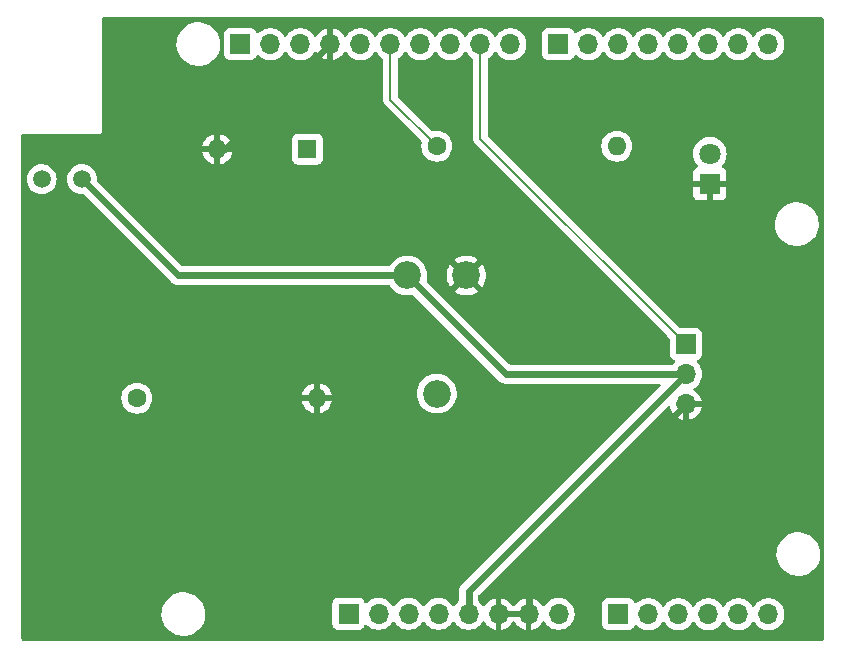
<source format=gbr>
%TF.GenerationSoftware,KiCad,Pcbnew,7.0.10*%
%TF.CreationDate,2024-09-09T18:41:44-04:00*%
%TF.ProjectId,Shield,53686965-6c64-42e6-9b69-6361645f7063,rev?*%
%TF.SameCoordinates,Original*%
%TF.FileFunction,Copper,L2,Bot*%
%TF.FilePolarity,Positive*%
%FSLAX46Y46*%
G04 Gerber Fmt 4.6, Leading zero omitted, Abs format (unit mm)*
G04 Created by KiCad (PCBNEW 7.0.10) date 2024-09-09 18:41:44*
%MOMM*%
%LPD*%
G01*
G04 APERTURE LIST*
%TA.AperFunction,ComponentPad*%
%ADD10R,1.700000X1.700000*%
%TD*%
%TA.AperFunction,ComponentPad*%
%ADD11O,1.700000X1.700000*%
%TD*%
%TA.AperFunction,ComponentPad*%
%ADD12C,1.600000*%
%TD*%
%TA.AperFunction,ComponentPad*%
%ADD13O,1.600000X1.600000*%
%TD*%
%TA.AperFunction,ComponentPad*%
%ADD14R,1.800000X1.800000*%
%TD*%
%TA.AperFunction,ComponentPad*%
%ADD15C,1.800000*%
%TD*%
%TA.AperFunction,ComponentPad*%
%ADD16R,1.600000X1.600000*%
%TD*%
%TA.AperFunction,ComponentPad*%
%ADD17C,1.500000*%
%TD*%
%TA.AperFunction,ComponentPad*%
%ADD18C,2.340000*%
%TD*%
%TA.AperFunction,Conductor*%
%ADD19C,0.600000*%
%TD*%
%TA.AperFunction,Conductor*%
%ADD20C,0.200000*%
%TD*%
G04 APERTURE END LIST*
D10*
%TO.P,J4,1,Pin_1*%
%TO.N,unconnected-(J4-Pin_1-Pad1)*%
X145720000Y-49327000D03*
D11*
%TO.P,J4,2,Pin_2*%
%TO.N,unconnected-(J4-Pin_2-Pad2)*%
X148260000Y-49327000D03*
%TO.P,J4,3,Pin_3*%
%TO.N,/SWITCH*%
X150800000Y-49327000D03*
%TO.P,J4,4,Pin_4*%
%TO.N,unconnected-(J4-Pin_4-Pad4)*%
X153340000Y-49327000D03*
%TO.P,J4,5,Pin_5*%
%TO.N,unconnected-(J4-Pin_5-Pad5)*%
X155880000Y-49327000D03*
%TO.P,J4,6,Pin_6*%
%TO.N,unconnected-(J4-Pin_6-Pad6)*%
X158420000Y-49327000D03*
%TO.P,J4,7,Pin_7*%
%TO.N,unconnected-(J4-Pin_7-Pad7)*%
X160960000Y-49327000D03*
%TO.P,J4,8,Pin_8*%
%TO.N,unconnected-(J4-Pin_8-Pad8)*%
X163500000Y-49327000D03*
%TD*%
%TO.P,J3,10,Pin_10*%
%TO.N,unconnected-(J3-Pin_10-Pad10)*%
X141656000Y-49327000D03*
%TO.P,J3,9,Pin_9*%
%TO.N,/Servo*%
X139116000Y-49327000D03*
%TO.P,J3,8,Pin_8*%
%TO.N,unconnected-(J3-Pin_8-Pad8)*%
X136576000Y-49327000D03*
%TO.P,J3,7,Pin_7*%
%TO.N,unconnected-(J3-Pin_7-Pad7)*%
X134036000Y-49327000D03*
%TO.P,J3,6,Pin_6*%
%TO.N,/LED*%
X131496000Y-49327000D03*
%TO.P,J3,5,Pin_5*%
%TO.N,unconnected-(J3-Pin_5-Pad5)*%
X128956000Y-49327000D03*
%TO.P,J3,4,Pin_4*%
%TO.N,GND*%
X126416000Y-49327000D03*
%TO.P,J3,3,Pin_3*%
%TO.N,unconnected-(J3-Pin_3-Pad3)*%
X123876000Y-49327000D03*
%TO.P,J3,2,Pin_2*%
%TO.N,unconnected-(J3-Pin_2-Pad2)*%
X121336000Y-49327000D03*
D10*
%TO.P,J3,1,Pin_1*%
%TO.N,unconnected-(J3-Pin_1-Pad1)*%
X118796000Y-49327000D03*
%TD*%
%TO.P,J2,1,Pin_1*%
%TO.N,/LDR*%
X150800000Y-97587000D03*
D11*
%TO.P,J2,2,Pin_2*%
%TO.N,/POT*%
X153340000Y-97587000D03*
%TO.P,J2,3,Pin_3*%
%TO.N,unconnected-(J2-Pin_3-Pad3)*%
X155880000Y-97587000D03*
%TO.P,J2,4,Pin_4*%
%TO.N,unconnected-(J2-Pin_4-Pad4)*%
X158420000Y-97587000D03*
%TO.P,J2,5,Pin_5*%
%TO.N,unconnected-(J2-Pin_5-Pad5)*%
X160960000Y-97587000D03*
%TO.P,J2,6,Pin_6*%
%TO.N,unconnected-(J2-Pin_6-Pad6)*%
X163500000Y-97587000D03*
%TD*%
D10*
%TO.P,J1,1,Pin_1*%
%TO.N,unconnected-(J1-Pin_1-Pad1)*%
X127955000Y-97562000D03*
D11*
%TO.P,J1,2,Pin_2*%
%TO.N,unconnected-(J1-Pin_2-Pad2)*%
X130495000Y-97562000D03*
%TO.P,J1,3,Pin_3*%
%TO.N,unconnected-(J1-Pin_3-Pad3)*%
X133035000Y-97562000D03*
%TO.P,J1,4,Pin_4*%
%TO.N,+3V3*%
X135575000Y-97562000D03*
%TO.P,J1,5,Pin_5*%
%TO.N,+5V*%
X138115000Y-97562000D03*
%TO.P,J1,6,Pin_6*%
%TO.N,GND*%
X140655000Y-97562000D03*
%TO.P,J1,7,Pin_7*%
X143195000Y-97562000D03*
%TO.P,J1,8,Pin_8*%
%TO.N,VCC*%
X145735000Y-97562000D03*
%TD*%
D12*
%TO.P,R3,1*%
%TO.N,/LDR*%
X110033000Y-79299000D03*
D13*
%TO.P,R3,2*%
%TO.N,GND*%
X125273000Y-79299000D03*
%TD*%
D14*
%TO.P,D1,1,K*%
%TO.N,GND*%
X158547000Y-61143000D03*
D15*
%TO.P,D1,2,A*%
%TO.N,Net-(D1-A)*%
X158547000Y-58603000D03*
%TD*%
D10*
%TO.P,J5,1,Pin_1*%
%TO.N,/Servo*%
X156515000Y-74727000D03*
D11*
%TO.P,J5,2,Pin_2*%
%TO.N,+5V*%
X156515000Y-77267000D03*
%TO.P,J5,3,Pin_3*%
%TO.N,GND*%
X156515000Y-79807000D03*
%TD*%
D16*
%TO.P,SW1,1*%
%TO.N,/SWITCH*%
X124468500Y-58217000D03*
D13*
%TO.P,SW1,2*%
%TO.N,GND*%
X116848500Y-58217000D03*
%TD*%
D12*
%TO.P,R1,1*%
%TO.N,/LED*%
X135433000Y-57963000D03*
D13*
%TO.P,R1,2*%
%TO.N,Net-(D1-A)*%
X150673000Y-57963000D03*
%TD*%
D17*
%TO.P,R2,1*%
%TO.N,+5V*%
X105383000Y-60757000D03*
%TO.P,R2,2*%
%TO.N,/LDR*%
X101983000Y-60757000D03*
%TD*%
D18*
%TO.P,RV1,1,1*%
%TO.N,+5V*%
X132933000Y-68918000D03*
%TO.P,RV1,2,2*%
%TO.N,/POT*%
X135433000Y-78918000D03*
%TO.P,RV1,3,3*%
%TO.N,GND*%
X137933000Y-68918000D03*
%TD*%
D19*
%TO.N,GND*%
X143195000Y-93127000D02*
X156515000Y-79807000D01*
X143195000Y-97562000D02*
X143195000Y-93127000D01*
X117526000Y-58217000D02*
X126416000Y-49327000D01*
X116848500Y-58217000D02*
X117526000Y-58217000D01*
%TO.N,+5V*%
X138115000Y-95667000D02*
X156515000Y-77267000D01*
X141282000Y-77267000D02*
X132933000Y-68918000D01*
X138115000Y-97562000D02*
X138115000Y-95667000D01*
X113544000Y-68918000D02*
X105383000Y-60757000D01*
X156515000Y-77267000D02*
X141282000Y-77267000D01*
X132933000Y-68918000D02*
X113544000Y-68918000D01*
D20*
%TO.N,/LED*%
X131496000Y-49327000D02*
X131496000Y-54026000D01*
X131496000Y-54026000D02*
X135433000Y-57963000D01*
%TO.N,/Servo*%
X139116000Y-57328000D02*
X156515000Y-74727000D01*
X139116000Y-49327000D02*
X139116000Y-57328000D01*
%TD*%
%TA.AperFunction,Conductor*%
%TO.N,GND*%
G36*
X142735507Y-97352156D02*
G01*
X142695000Y-97490111D01*
X142695000Y-97633889D01*
X142735507Y-97771844D01*
X142761314Y-97812000D01*
X141088686Y-97812000D01*
X141114493Y-97771844D01*
X141155000Y-97633889D01*
X141155000Y-97490111D01*
X141114493Y-97352156D01*
X141088686Y-97312000D01*
X142761314Y-97312000D01*
X142735507Y-97352156D01*
G37*
%TD.AperFunction*%
%TA.AperFunction,Conductor*%
G36*
X167954630Y-47039025D02*
G01*
X168005180Y-47047031D01*
X168042064Y-47059016D01*
X168078860Y-47077763D01*
X168110242Y-47100565D01*
X168139434Y-47129757D01*
X168162236Y-47161141D01*
X168180982Y-47197931D01*
X168192969Y-47234824D01*
X168200973Y-47285357D01*
X168202500Y-47304756D01*
X168202500Y-99609243D01*
X168200973Y-99628642D01*
X168192969Y-99679175D01*
X168180981Y-99716071D01*
X168162238Y-99752856D01*
X168139434Y-99784242D01*
X168110242Y-99813434D01*
X168078856Y-99836238D01*
X168042071Y-99854981D01*
X168005175Y-99866969D01*
X167976596Y-99871495D01*
X167954640Y-99874973D01*
X167935243Y-99876500D01*
X100517757Y-99876500D01*
X100498359Y-99874973D01*
X100447825Y-99866969D01*
X100410931Y-99854982D01*
X100374141Y-99836236D01*
X100342757Y-99813434D01*
X100313565Y-99784242D01*
X100290763Y-99752860D01*
X100272016Y-99716064D01*
X100260031Y-99679180D01*
X100252025Y-99628630D01*
X100250500Y-99609243D01*
X100250500Y-97654763D01*
X112115787Y-97654763D01*
X112145413Y-97924013D01*
X112145415Y-97924024D01*
X112181487Y-98062000D01*
X112213928Y-98186088D01*
X112319870Y-98435390D01*
X112455852Y-98658204D01*
X112460979Y-98666605D01*
X112460986Y-98666615D01*
X112634253Y-98874819D01*
X112634259Y-98874824D01*
X112713139Y-98945500D01*
X112835998Y-99055582D01*
X113061910Y-99205044D01*
X113307176Y-99320020D01*
X113307183Y-99320022D01*
X113307185Y-99320023D01*
X113566557Y-99398057D01*
X113566564Y-99398058D01*
X113566569Y-99398060D01*
X113834561Y-99437500D01*
X113834566Y-99437500D01*
X114037629Y-99437500D01*
X114037631Y-99437500D01*
X114037636Y-99437499D01*
X114037648Y-99437499D01*
X114075191Y-99434750D01*
X114240156Y-99422677D01*
X114352758Y-99397593D01*
X114504546Y-99363782D01*
X114504548Y-99363781D01*
X114504553Y-99363780D01*
X114757558Y-99267014D01*
X114993777Y-99134441D01*
X115208177Y-98968888D01*
X115396186Y-98773881D01*
X115553799Y-98553579D01*
X115627787Y-98409669D01*
X115677649Y-98312690D01*
X115677651Y-98312684D01*
X115677656Y-98312675D01*
X115765118Y-98056305D01*
X115814319Y-97789933D01*
X115824212Y-97519235D01*
X115794586Y-97249982D01*
X115726072Y-96987912D01*
X115620130Y-96738610D01*
X115479018Y-96507390D01*
X115447725Y-96469787D01*
X115305746Y-96299180D01*
X115305740Y-96299175D01*
X115104002Y-96118418D01*
X114878092Y-95968957D01*
X114870871Y-95965572D01*
X114632824Y-95853980D01*
X114632819Y-95853978D01*
X114632814Y-95853976D01*
X114373442Y-95775942D01*
X114373428Y-95775939D01*
X114257791Y-95758921D01*
X114105439Y-95736500D01*
X113902369Y-95736500D01*
X113902351Y-95736500D01*
X113699844Y-95751323D01*
X113699831Y-95751325D01*
X113435453Y-95810217D01*
X113435446Y-95810220D01*
X113182439Y-95906987D01*
X112946226Y-96039557D01*
X112731822Y-96205112D01*
X112543822Y-96400109D01*
X112543816Y-96400116D01*
X112386202Y-96620419D01*
X112386199Y-96620424D01*
X112262350Y-96861309D01*
X112262343Y-96861327D01*
X112174884Y-97117685D01*
X112174882Y-97117695D01*
X112134257Y-97337640D01*
X112125681Y-97384068D01*
X112125680Y-97384075D01*
X112115787Y-97654763D01*
X100250500Y-97654763D01*
X100250500Y-79299001D01*
X108719502Y-79299001D01*
X108739456Y-79527081D01*
X108739457Y-79527089D01*
X108798714Y-79748238D01*
X108798718Y-79748249D01*
X108880406Y-79923429D01*
X108895477Y-79955749D01*
X109026802Y-80143300D01*
X109188700Y-80305198D01*
X109376251Y-80436523D01*
X109479894Y-80484852D01*
X109583750Y-80533281D01*
X109583752Y-80533281D01*
X109583757Y-80533284D01*
X109804913Y-80592543D01*
X109967832Y-80606796D01*
X110032998Y-80612498D01*
X110033000Y-80612498D01*
X110033002Y-80612498D01*
X110090021Y-80607509D01*
X110261087Y-80592543D01*
X110482243Y-80533284D01*
X110689749Y-80436523D01*
X110877300Y-80305198D01*
X111039198Y-80143300D01*
X111170523Y-79955749D01*
X111267284Y-79748243D01*
X111326543Y-79527087D01*
X111346498Y-79299000D01*
X111326543Y-79070913D01*
X111320671Y-79048999D01*
X123994127Y-79048999D01*
X123994128Y-79049000D01*
X124957314Y-79049000D01*
X124945359Y-79060955D01*
X124887835Y-79173852D01*
X124868014Y-79299000D01*
X124887835Y-79424148D01*
X124945359Y-79537045D01*
X124957314Y-79549000D01*
X123994128Y-79549000D01*
X124046730Y-79745317D01*
X124046734Y-79745326D01*
X124142865Y-79951482D01*
X124273342Y-80137820D01*
X124434179Y-80298657D01*
X124620517Y-80429134D01*
X124826673Y-80525265D01*
X124826682Y-80525269D01*
X125022999Y-80577872D01*
X125023000Y-80577871D01*
X125023000Y-79614686D01*
X125034955Y-79626641D01*
X125147852Y-79684165D01*
X125241519Y-79699000D01*
X125304481Y-79699000D01*
X125398148Y-79684165D01*
X125511045Y-79626641D01*
X125523000Y-79614686D01*
X125523000Y-80577872D01*
X125719317Y-80525269D01*
X125719326Y-80525265D01*
X125925482Y-80429134D01*
X126111820Y-80298657D01*
X126272657Y-80137820D01*
X126403134Y-79951482D01*
X126499265Y-79745326D01*
X126499269Y-79745317D01*
X126551872Y-79549000D01*
X125588686Y-79549000D01*
X125600641Y-79537045D01*
X125658165Y-79424148D01*
X125677986Y-79299000D01*
X125658165Y-79173852D01*
X125600641Y-79060955D01*
X125588686Y-79049000D01*
X126551872Y-79049000D01*
X126551872Y-79048999D01*
X126516772Y-78918004D01*
X133749793Y-78918004D01*
X133768592Y-79168866D01*
X133824570Y-79414122D01*
X133824573Y-79414134D01*
X133916483Y-79648316D01*
X134042269Y-79866184D01*
X134199122Y-80062872D01*
X134383538Y-80233984D01*
X134591397Y-80375700D01*
X134818055Y-80484853D01*
X135058451Y-80559005D01*
X135058452Y-80559005D01*
X135058455Y-80559006D01*
X135307206Y-80596499D01*
X135307211Y-80596499D01*
X135307214Y-80596500D01*
X135307215Y-80596500D01*
X135558785Y-80596500D01*
X135558786Y-80596500D01*
X135585046Y-80592542D01*
X135807544Y-80559006D01*
X135807545Y-80559005D01*
X135807549Y-80559005D01*
X136047945Y-80484853D01*
X136274604Y-80375700D01*
X136482462Y-80233984D01*
X136666878Y-80062872D01*
X136823731Y-79866184D01*
X136949517Y-79648316D01*
X137041427Y-79414134D01*
X137097407Y-79168869D01*
X137116207Y-78918000D01*
X137111311Y-78852673D01*
X137097407Y-78667133D01*
X137091729Y-78642254D01*
X137041427Y-78421866D01*
X136949517Y-78187684D01*
X136823731Y-77969816D01*
X136666878Y-77773128D01*
X136482462Y-77602016D01*
X136274604Y-77460300D01*
X136274603Y-77460299D01*
X136274596Y-77460295D01*
X136047947Y-77351148D01*
X136047949Y-77351148D01*
X135807550Y-77276995D01*
X135807544Y-77276993D01*
X135558793Y-77239500D01*
X135558786Y-77239500D01*
X135307214Y-77239500D01*
X135307206Y-77239500D01*
X135058455Y-77276993D01*
X135058449Y-77276995D01*
X134818054Y-77351147D01*
X134591401Y-77460297D01*
X134383537Y-77602016D01*
X134199123Y-77773126D01*
X134199122Y-77773128D01*
X134042269Y-77969816D01*
X133916483Y-78187683D01*
X133824575Y-78421860D01*
X133824570Y-78421877D01*
X133768592Y-78667133D01*
X133749793Y-78917995D01*
X133749793Y-78918004D01*
X126516772Y-78918004D01*
X126499269Y-78852682D01*
X126499265Y-78852673D01*
X126403134Y-78646517D01*
X126272657Y-78460179D01*
X126111820Y-78299342D01*
X125925482Y-78168865D01*
X125719328Y-78072734D01*
X125523000Y-78020127D01*
X125523000Y-78983314D01*
X125511045Y-78971359D01*
X125398148Y-78913835D01*
X125304481Y-78899000D01*
X125241519Y-78899000D01*
X125147852Y-78913835D01*
X125034955Y-78971359D01*
X125023000Y-78983314D01*
X125023000Y-78020127D01*
X124826671Y-78072734D01*
X124620517Y-78168865D01*
X124434179Y-78299342D01*
X124273342Y-78460179D01*
X124142865Y-78646517D01*
X124046734Y-78852673D01*
X124046730Y-78852682D01*
X123994127Y-79048999D01*
X111320671Y-79048999D01*
X111267284Y-78849757D01*
X111170523Y-78642251D01*
X111039198Y-78454700D01*
X110877300Y-78292802D01*
X110689749Y-78161477D01*
X110660824Y-78147989D01*
X110482249Y-78064718D01*
X110482238Y-78064714D01*
X110261089Y-78005457D01*
X110261081Y-78005456D01*
X110033002Y-77985502D01*
X110032998Y-77985502D01*
X109804918Y-78005456D01*
X109804910Y-78005457D01*
X109583761Y-78064714D01*
X109583750Y-78064718D01*
X109376254Y-78161475D01*
X109376252Y-78161476D01*
X109305856Y-78210767D01*
X109188700Y-78292802D01*
X109188698Y-78292803D01*
X109188695Y-78292806D01*
X109026806Y-78454695D01*
X108895476Y-78642252D01*
X108895475Y-78642254D01*
X108798718Y-78849750D01*
X108798714Y-78849761D01*
X108739457Y-79070910D01*
X108739456Y-79070918D01*
X108719502Y-79298998D01*
X108719502Y-79299001D01*
X100250500Y-79299001D01*
X100250500Y-60757000D01*
X100719693Y-60757000D01*
X100738885Y-60976371D01*
X100795880Y-61189076D01*
X100888944Y-61388654D01*
X101015251Y-61569038D01*
X101170962Y-61724749D01*
X101351346Y-61851056D01*
X101550924Y-61944120D01*
X101763629Y-62001115D01*
X101920322Y-62014823D01*
X101982998Y-62020307D01*
X101983000Y-62020307D01*
X101983002Y-62020307D01*
X102037842Y-62015509D01*
X102202371Y-62001115D01*
X102415076Y-61944120D01*
X102614654Y-61851056D01*
X102795038Y-61724749D01*
X102950749Y-61569038D01*
X103077056Y-61388654D01*
X103170120Y-61189076D01*
X103227115Y-60976371D01*
X103246307Y-60757000D01*
X104119693Y-60757000D01*
X104138885Y-60976371D01*
X104195880Y-61189076D01*
X104288944Y-61388654D01*
X104415251Y-61569038D01*
X104570962Y-61724749D01*
X104751346Y-61851056D01*
X104950924Y-61944120D01*
X105163629Y-62001115D01*
X105320322Y-62014823D01*
X105382998Y-62020307D01*
X105383000Y-62020307D01*
X105435666Y-62015699D01*
X105504165Y-62029465D01*
X105534154Y-62051546D01*
X113036721Y-69554113D01*
X113069507Y-69574713D01*
X113080847Y-69582758D01*
X113111131Y-69606909D01*
X113146020Y-69623710D01*
X113158185Y-69630433D01*
X113190985Y-69651043D01*
X113190988Y-69651044D01*
X113227540Y-69663834D01*
X113240377Y-69669150D01*
X113275280Y-69685959D01*
X113275281Y-69685959D01*
X113275283Y-69685960D01*
X113285294Y-69688244D01*
X113313043Y-69694578D01*
X113326391Y-69698423D01*
X113362953Y-69711217D01*
X113401442Y-69715552D01*
X113415144Y-69717881D01*
X113452904Y-69726500D01*
X113498594Y-69726500D01*
X131390032Y-69726500D01*
X131457071Y-69746185D01*
X131497417Y-69788498D01*
X131542269Y-69866184D01*
X131699122Y-70062872D01*
X131883538Y-70233984D01*
X132091397Y-70375700D01*
X132318055Y-70484853D01*
X132558451Y-70559005D01*
X132558452Y-70559005D01*
X132558455Y-70559006D01*
X132807206Y-70596499D01*
X132807211Y-70596499D01*
X132807214Y-70596500D01*
X132807215Y-70596500D01*
X133058785Y-70596500D01*
X133058786Y-70596500D01*
X133307549Y-70559005D01*
X133330203Y-70552016D01*
X133400063Y-70551065D01*
X133454434Y-70582826D01*
X140774718Y-77903110D01*
X140774721Y-77903112D01*
X140807504Y-77923711D01*
X140818847Y-77931759D01*
X140849130Y-77955909D01*
X140869367Y-77965654D01*
X140884028Y-77972715D01*
X140896193Y-77979438D01*
X140928985Y-78000043D01*
X140965533Y-78012831D01*
X140978379Y-78018151D01*
X141013280Y-78034959D01*
X141051036Y-78043576D01*
X141064394Y-78047425D01*
X141100946Y-78060215D01*
X141100948Y-78060215D01*
X141100953Y-78060217D01*
X141139441Y-78064552D01*
X141153143Y-78066881D01*
X141190903Y-78075500D01*
X141236594Y-78075500D01*
X154263746Y-78075500D01*
X154330785Y-78095185D01*
X154376540Y-78147989D01*
X154386484Y-78217147D01*
X154357459Y-78280703D01*
X154351427Y-78287181D01*
X137478891Y-95159716D01*
X137478888Y-95159720D01*
X137458286Y-95192507D01*
X137450243Y-95203842D01*
X137426092Y-95234127D01*
X137409284Y-95269027D01*
X137402562Y-95281189D01*
X137381959Y-95313980D01*
X137381952Y-95313994D01*
X137369167Y-95350533D01*
X137363848Y-95363376D01*
X137347041Y-95398278D01*
X137338419Y-95436048D01*
X137334572Y-95449401D01*
X137321783Y-95485953D01*
X137321781Y-95485959D01*
X137317446Y-95524437D01*
X137315117Y-95538144D01*
X137306501Y-95575894D01*
X137306500Y-95575904D01*
X137306500Y-96409167D01*
X137286815Y-96476206D01*
X137258664Y-96507019D01*
X137191763Y-96559091D01*
X137191756Y-96559097D01*
X137039284Y-96724723D01*
X137039276Y-96724734D01*
X136948808Y-96863206D01*
X136895662Y-96908562D01*
X136826431Y-96917986D01*
X136763095Y-96888484D01*
X136741192Y-96863206D01*
X136683286Y-96774576D01*
X136650722Y-96724732D01*
X136650719Y-96724729D01*
X136650715Y-96724723D01*
X136498243Y-96559097D01*
X136498238Y-96559092D01*
X136320577Y-96420812D01*
X136320572Y-96420808D01*
X136122580Y-96313661D01*
X136122577Y-96313659D01*
X136122574Y-96313658D01*
X136122571Y-96313657D01*
X136122569Y-96313656D01*
X135909637Y-96240556D01*
X135687569Y-96203500D01*
X135462431Y-96203500D01*
X135240362Y-96240556D01*
X135027430Y-96313656D01*
X135027419Y-96313661D01*
X134829427Y-96420808D01*
X134829422Y-96420812D01*
X134651761Y-96559092D01*
X134651756Y-96559097D01*
X134499284Y-96724723D01*
X134499276Y-96724734D01*
X134408808Y-96863206D01*
X134355662Y-96908562D01*
X134286431Y-96917986D01*
X134223095Y-96888484D01*
X134201192Y-96863206D01*
X134143286Y-96774576D01*
X134110722Y-96724732D01*
X134110719Y-96724729D01*
X134110715Y-96724723D01*
X133958243Y-96559097D01*
X133958238Y-96559092D01*
X133780577Y-96420812D01*
X133780572Y-96420808D01*
X133582580Y-96313661D01*
X133582577Y-96313659D01*
X133582574Y-96313658D01*
X133582571Y-96313657D01*
X133582569Y-96313656D01*
X133369637Y-96240556D01*
X133147569Y-96203500D01*
X132922431Y-96203500D01*
X132700362Y-96240556D01*
X132487430Y-96313656D01*
X132487419Y-96313661D01*
X132289427Y-96420808D01*
X132289422Y-96420812D01*
X132111761Y-96559092D01*
X132111756Y-96559097D01*
X131959284Y-96724723D01*
X131959276Y-96724734D01*
X131868808Y-96863206D01*
X131815662Y-96908562D01*
X131746431Y-96917986D01*
X131683095Y-96888484D01*
X131661192Y-96863206D01*
X131603286Y-96774576D01*
X131570722Y-96724732D01*
X131570719Y-96724729D01*
X131570715Y-96724723D01*
X131418243Y-96559097D01*
X131418238Y-96559092D01*
X131240577Y-96420812D01*
X131240572Y-96420808D01*
X131042580Y-96313661D01*
X131042577Y-96313659D01*
X131042574Y-96313658D01*
X131042571Y-96313657D01*
X131042569Y-96313656D01*
X130829637Y-96240556D01*
X130607569Y-96203500D01*
X130382431Y-96203500D01*
X130160362Y-96240556D01*
X129947430Y-96313656D01*
X129947419Y-96313661D01*
X129749427Y-96420808D01*
X129749422Y-96420812D01*
X129571761Y-96559092D01*
X129508548Y-96627760D01*
X129448661Y-96663750D01*
X129378823Y-96661649D01*
X129321207Y-96622124D01*
X129301138Y-96587110D01*
X129255889Y-96465796D01*
X129255888Y-96465795D01*
X129168261Y-96348739D01*
X129051204Y-96261111D01*
X128914203Y-96210011D01*
X128853654Y-96203500D01*
X128853638Y-96203500D01*
X127056362Y-96203500D01*
X127056345Y-96203500D01*
X126995797Y-96210011D01*
X126995795Y-96210011D01*
X126858795Y-96261111D01*
X126741739Y-96348739D01*
X126654111Y-96465795D01*
X126603011Y-96602795D01*
X126603011Y-96602797D01*
X126596500Y-96663345D01*
X126596500Y-98460654D01*
X126603011Y-98521202D01*
X126603011Y-98521204D01*
X126654111Y-98658204D01*
X126741739Y-98775261D01*
X126858796Y-98862889D01*
X126995799Y-98913989D01*
X127023050Y-98916918D01*
X127056345Y-98920499D01*
X127056362Y-98920500D01*
X128853638Y-98920500D01*
X128853654Y-98920499D01*
X128880692Y-98917591D01*
X128914201Y-98913989D01*
X129051204Y-98862889D01*
X129168261Y-98775261D01*
X129255889Y-98658204D01*
X129301138Y-98536887D01*
X129343009Y-98480956D01*
X129408474Y-98456539D01*
X129476746Y-98471391D01*
X129508545Y-98496236D01*
X129571760Y-98564906D01*
X129749424Y-98703189D01*
X129749425Y-98703189D01*
X129749427Y-98703191D01*
X129809314Y-98735600D01*
X129947426Y-98810342D01*
X130160365Y-98883444D01*
X130382431Y-98920500D01*
X130607569Y-98920500D01*
X130829635Y-98883444D01*
X131042574Y-98810342D01*
X131240576Y-98703189D01*
X131418240Y-98564906D01*
X131539594Y-98433082D01*
X131570715Y-98399276D01*
X131570715Y-98399275D01*
X131570722Y-98399268D01*
X131661193Y-98260790D01*
X131714338Y-98215437D01*
X131783569Y-98206013D01*
X131846905Y-98235515D01*
X131868804Y-98260787D01*
X131959278Y-98399268D01*
X131959283Y-98399273D01*
X131959284Y-98399276D01*
X132111756Y-98564902D01*
X132111760Y-98564906D01*
X132289424Y-98703189D01*
X132289425Y-98703189D01*
X132289427Y-98703191D01*
X132349314Y-98735600D01*
X132487426Y-98810342D01*
X132700365Y-98883444D01*
X132922431Y-98920500D01*
X133147569Y-98920500D01*
X133369635Y-98883444D01*
X133582574Y-98810342D01*
X133780576Y-98703189D01*
X133958240Y-98564906D01*
X134079594Y-98433082D01*
X134110715Y-98399276D01*
X134110715Y-98399275D01*
X134110722Y-98399268D01*
X134201193Y-98260790D01*
X134254338Y-98215437D01*
X134323569Y-98206013D01*
X134386905Y-98235515D01*
X134408804Y-98260787D01*
X134499278Y-98399268D01*
X134499283Y-98399273D01*
X134499284Y-98399276D01*
X134651756Y-98564902D01*
X134651760Y-98564906D01*
X134829424Y-98703189D01*
X134829425Y-98703189D01*
X134829427Y-98703191D01*
X134889314Y-98735600D01*
X135027426Y-98810342D01*
X135240365Y-98883444D01*
X135462431Y-98920500D01*
X135687569Y-98920500D01*
X135909635Y-98883444D01*
X136122574Y-98810342D01*
X136320576Y-98703189D01*
X136498240Y-98564906D01*
X136619594Y-98433082D01*
X136650715Y-98399276D01*
X136650715Y-98399275D01*
X136650722Y-98399268D01*
X136741193Y-98260790D01*
X136794338Y-98215437D01*
X136863569Y-98206013D01*
X136926905Y-98235515D01*
X136948804Y-98260787D01*
X137039278Y-98399268D01*
X137039283Y-98399273D01*
X137039284Y-98399276D01*
X137191756Y-98564902D01*
X137191760Y-98564906D01*
X137369424Y-98703189D01*
X137369425Y-98703189D01*
X137369427Y-98703191D01*
X137429314Y-98735600D01*
X137567426Y-98810342D01*
X137780365Y-98883444D01*
X138002431Y-98920500D01*
X138227569Y-98920500D01*
X138449635Y-98883444D01*
X138662574Y-98810342D01*
X138860576Y-98703189D01*
X139038240Y-98564906D01*
X139159594Y-98433082D01*
X139190715Y-98399276D01*
X139190715Y-98399275D01*
X139190722Y-98399268D01*
X139284749Y-98255347D01*
X139337894Y-98209994D01*
X139407125Y-98200570D01*
X139470461Y-98230072D01*
X139490130Y-98252048D01*
X139616890Y-98433078D01*
X139783917Y-98600105D01*
X139977421Y-98735600D01*
X140191507Y-98835429D01*
X140191516Y-98835433D01*
X140405000Y-98892634D01*
X140405000Y-97997501D01*
X140512685Y-98046680D01*
X140619237Y-98062000D01*
X140690763Y-98062000D01*
X140797315Y-98046680D01*
X140905000Y-97997501D01*
X140905000Y-98892633D01*
X141118483Y-98835433D01*
X141118492Y-98835429D01*
X141332578Y-98735600D01*
X141526082Y-98600105D01*
X141693105Y-98433082D01*
X141823425Y-98246968D01*
X141878002Y-98203344D01*
X141947501Y-98196151D01*
X142009855Y-98227673D01*
X142026575Y-98246968D01*
X142156894Y-98433082D01*
X142323917Y-98600105D01*
X142517421Y-98735600D01*
X142731507Y-98835429D01*
X142731516Y-98835433D01*
X142945000Y-98892634D01*
X142945000Y-97997501D01*
X143052685Y-98046680D01*
X143159237Y-98062000D01*
X143230763Y-98062000D01*
X143337315Y-98046680D01*
X143445000Y-97997501D01*
X143445000Y-98892633D01*
X143658483Y-98835433D01*
X143658492Y-98835429D01*
X143872578Y-98735600D01*
X144066082Y-98600105D01*
X144233105Y-98433082D01*
X144359868Y-98252048D01*
X144414445Y-98208423D01*
X144483944Y-98201231D01*
X144546298Y-98232753D01*
X144565251Y-98255350D01*
X144659276Y-98399265D01*
X144659284Y-98399276D01*
X144811756Y-98564902D01*
X144811760Y-98564906D01*
X144989424Y-98703189D01*
X144989425Y-98703189D01*
X144989427Y-98703191D01*
X145049314Y-98735600D01*
X145187426Y-98810342D01*
X145400365Y-98883444D01*
X145622431Y-98920500D01*
X145847569Y-98920500D01*
X146069635Y-98883444D01*
X146282574Y-98810342D01*
X146480576Y-98703189D01*
X146658240Y-98564906D01*
X146731197Y-98485654D01*
X149441500Y-98485654D01*
X149448011Y-98546202D01*
X149448011Y-98546204D01*
X149499111Y-98683204D01*
X149586739Y-98800261D01*
X149703796Y-98887889D01*
X149840799Y-98938989D01*
X149868050Y-98941918D01*
X149901345Y-98945499D01*
X149901362Y-98945500D01*
X151698638Y-98945500D01*
X151698654Y-98945499D01*
X151725692Y-98942591D01*
X151759201Y-98938989D01*
X151896204Y-98887889D01*
X152013261Y-98800261D01*
X152100889Y-98683204D01*
X152146138Y-98561887D01*
X152188009Y-98505956D01*
X152253474Y-98481539D01*
X152321746Y-98496391D01*
X152353545Y-98521236D01*
X152416760Y-98589906D01*
X152594424Y-98728189D01*
X152594425Y-98728189D01*
X152594427Y-98728191D01*
X152721135Y-98796761D01*
X152792426Y-98835342D01*
X153005365Y-98908444D01*
X153227431Y-98945500D01*
X153452569Y-98945500D01*
X153674635Y-98908444D01*
X153887574Y-98835342D01*
X154085576Y-98728189D01*
X154263240Y-98589906D01*
X154386014Y-98456539D01*
X154415715Y-98424276D01*
X154415715Y-98424275D01*
X154415722Y-98424268D01*
X154506193Y-98285790D01*
X154559338Y-98240437D01*
X154628569Y-98231013D01*
X154691905Y-98260515D01*
X154713804Y-98285787D01*
X154804278Y-98424268D01*
X154804283Y-98424273D01*
X154804284Y-98424276D01*
X154956756Y-98589902D01*
X154956761Y-98589907D01*
X155015981Y-98636000D01*
X155134424Y-98728189D01*
X155134425Y-98728189D01*
X155134427Y-98728191D01*
X155261135Y-98796761D01*
X155332426Y-98835342D01*
X155545365Y-98908444D01*
X155767431Y-98945500D01*
X155992569Y-98945500D01*
X156214635Y-98908444D01*
X156427574Y-98835342D01*
X156625576Y-98728189D01*
X156803240Y-98589906D01*
X156926014Y-98456539D01*
X156955715Y-98424276D01*
X156955715Y-98424275D01*
X156955722Y-98424268D01*
X157046193Y-98285790D01*
X157099338Y-98240437D01*
X157168569Y-98231013D01*
X157231905Y-98260515D01*
X157253804Y-98285787D01*
X157344278Y-98424268D01*
X157344283Y-98424273D01*
X157344284Y-98424276D01*
X157496756Y-98589902D01*
X157496761Y-98589907D01*
X157555981Y-98636000D01*
X157674424Y-98728189D01*
X157674425Y-98728189D01*
X157674427Y-98728191D01*
X157801135Y-98796761D01*
X157872426Y-98835342D01*
X158085365Y-98908444D01*
X158307431Y-98945500D01*
X158532569Y-98945500D01*
X158754635Y-98908444D01*
X158967574Y-98835342D01*
X159165576Y-98728189D01*
X159343240Y-98589906D01*
X159466014Y-98456539D01*
X159495715Y-98424276D01*
X159495715Y-98424275D01*
X159495722Y-98424268D01*
X159586193Y-98285790D01*
X159639338Y-98240437D01*
X159708569Y-98231013D01*
X159771905Y-98260515D01*
X159793804Y-98285787D01*
X159884278Y-98424268D01*
X159884283Y-98424273D01*
X159884284Y-98424276D01*
X160036756Y-98589902D01*
X160036761Y-98589907D01*
X160095981Y-98636000D01*
X160214424Y-98728189D01*
X160214425Y-98728189D01*
X160214427Y-98728191D01*
X160341135Y-98796761D01*
X160412426Y-98835342D01*
X160625365Y-98908444D01*
X160847431Y-98945500D01*
X161072569Y-98945500D01*
X161294635Y-98908444D01*
X161507574Y-98835342D01*
X161705576Y-98728189D01*
X161883240Y-98589906D01*
X162006014Y-98456539D01*
X162035715Y-98424276D01*
X162035715Y-98424275D01*
X162035722Y-98424268D01*
X162126193Y-98285790D01*
X162179338Y-98240437D01*
X162248569Y-98231013D01*
X162311905Y-98260515D01*
X162333804Y-98285787D01*
X162424278Y-98424268D01*
X162424283Y-98424273D01*
X162424284Y-98424276D01*
X162576756Y-98589902D01*
X162576761Y-98589907D01*
X162635981Y-98636000D01*
X162754424Y-98728189D01*
X162754425Y-98728189D01*
X162754427Y-98728191D01*
X162881135Y-98796761D01*
X162952426Y-98835342D01*
X163165365Y-98908444D01*
X163387431Y-98945500D01*
X163612569Y-98945500D01*
X163834635Y-98908444D01*
X164047574Y-98835342D01*
X164245576Y-98728189D01*
X164423240Y-98589906D01*
X164546014Y-98456539D01*
X164575715Y-98424276D01*
X164575717Y-98424273D01*
X164575722Y-98424268D01*
X164698860Y-98235791D01*
X164789296Y-98029616D01*
X164844564Y-97811368D01*
X164846340Y-97789933D01*
X164863156Y-97587005D01*
X164863156Y-97586994D01*
X164844565Y-97362640D01*
X164844563Y-97362628D01*
X164789296Y-97144385D01*
X164778330Y-97119385D01*
X164698860Y-96938209D01*
X164689204Y-96923430D01*
X164575723Y-96749734D01*
X164575715Y-96749723D01*
X164423243Y-96584097D01*
X164423238Y-96584092D01*
X164245577Y-96445812D01*
X164245572Y-96445808D01*
X164047580Y-96338661D01*
X164047577Y-96338659D01*
X164047574Y-96338658D01*
X164047571Y-96338657D01*
X164047569Y-96338656D01*
X163834637Y-96265556D01*
X163612569Y-96228500D01*
X163387431Y-96228500D01*
X163165362Y-96265556D01*
X162952430Y-96338656D01*
X162952419Y-96338661D01*
X162754427Y-96445808D01*
X162754422Y-96445812D01*
X162576761Y-96584092D01*
X162576756Y-96584097D01*
X162424284Y-96749723D01*
X162424276Y-96749734D01*
X162333808Y-96888206D01*
X162280662Y-96933562D01*
X162211431Y-96942986D01*
X162148095Y-96913484D01*
X162126192Y-96888206D01*
X162035723Y-96749734D01*
X162035715Y-96749723D01*
X161883243Y-96584097D01*
X161883238Y-96584092D01*
X161705577Y-96445812D01*
X161705572Y-96445808D01*
X161507580Y-96338661D01*
X161507577Y-96338659D01*
X161507574Y-96338658D01*
X161507571Y-96338657D01*
X161507569Y-96338656D01*
X161294637Y-96265556D01*
X161072569Y-96228500D01*
X160847431Y-96228500D01*
X160625362Y-96265556D01*
X160412430Y-96338656D01*
X160412419Y-96338661D01*
X160214427Y-96445808D01*
X160214422Y-96445812D01*
X160036761Y-96584092D01*
X160036756Y-96584097D01*
X159884284Y-96749723D01*
X159884276Y-96749734D01*
X159793808Y-96888206D01*
X159740662Y-96933562D01*
X159671431Y-96942986D01*
X159608095Y-96913484D01*
X159586192Y-96888206D01*
X159495723Y-96749734D01*
X159495715Y-96749723D01*
X159343243Y-96584097D01*
X159343238Y-96584092D01*
X159165577Y-96445812D01*
X159165572Y-96445808D01*
X158967580Y-96338661D01*
X158967577Y-96338659D01*
X158967574Y-96338658D01*
X158967571Y-96338657D01*
X158967569Y-96338656D01*
X158754637Y-96265556D01*
X158532569Y-96228500D01*
X158307431Y-96228500D01*
X158085362Y-96265556D01*
X157872430Y-96338656D01*
X157872419Y-96338661D01*
X157674427Y-96445808D01*
X157674422Y-96445812D01*
X157496761Y-96584092D01*
X157496756Y-96584097D01*
X157344284Y-96749723D01*
X157344276Y-96749734D01*
X157253808Y-96888206D01*
X157200662Y-96933562D01*
X157131431Y-96942986D01*
X157068095Y-96913484D01*
X157046192Y-96888206D01*
X156955723Y-96749734D01*
X156955715Y-96749723D01*
X156803243Y-96584097D01*
X156803238Y-96584092D01*
X156625577Y-96445812D01*
X156625572Y-96445808D01*
X156427580Y-96338661D01*
X156427577Y-96338659D01*
X156427574Y-96338658D01*
X156427571Y-96338657D01*
X156427569Y-96338656D01*
X156214637Y-96265556D01*
X155992569Y-96228500D01*
X155767431Y-96228500D01*
X155545362Y-96265556D01*
X155332430Y-96338656D01*
X155332419Y-96338661D01*
X155134427Y-96445808D01*
X155134422Y-96445812D01*
X154956761Y-96584092D01*
X154956756Y-96584097D01*
X154804284Y-96749723D01*
X154804276Y-96749734D01*
X154713808Y-96888206D01*
X154660662Y-96933562D01*
X154591431Y-96942986D01*
X154528095Y-96913484D01*
X154506192Y-96888206D01*
X154415723Y-96749734D01*
X154415715Y-96749723D01*
X154263243Y-96584097D01*
X154263238Y-96584092D01*
X154085577Y-96445812D01*
X154085572Y-96445808D01*
X153887580Y-96338661D01*
X153887577Y-96338659D01*
X153887574Y-96338658D01*
X153887571Y-96338657D01*
X153887569Y-96338656D01*
X153674637Y-96265556D01*
X153452569Y-96228500D01*
X153227431Y-96228500D01*
X153005362Y-96265556D01*
X152792430Y-96338656D01*
X152792419Y-96338661D01*
X152594427Y-96445808D01*
X152594422Y-96445812D01*
X152416761Y-96584092D01*
X152353548Y-96652760D01*
X152293661Y-96688750D01*
X152223823Y-96686649D01*
X152166207Y-96647124D01*
X152146138Y-96612110D01*
X152100889Y-96490796D01*
X152082173Y-96465795D01*
X152013261Y-96373739D01*
X151896204Y-96286111D01*
X151759203Y-96235011D01*
X151698654Y-96228500D01*
X151698638Y-96228500D01*
X149901362Y-96228500D01*
X149901345Y-96228500D01*
X149840797Y-96235011D01*
X149840795Y-96235011D01*
X149703795Y-96286111D01*
X149586739Y-96373739D01*
X149499111Y-96490795D01*
X149448011Y-96627795D01*
X149448011Y-96627797D01*
X149441500Y-96688345D01*
X149441500Y-98485654D01*
X146731197Y-98485654D01*
X146779594Y-98433082D01*
X146810715Y-98399276D01*
X146810717Y-98399273D01*
X146810722Y-98399268D01*
X146933860Y-98210791D01*
X147024296Y-98004616D01*
X147079564Y-97786368D01*
X147090469Y-97654765D01*
X147098156Y-97562005D01*
X147098156Y-97561994D01*
X147079565Y-97337640D01*
X147079563Y-97337628D01*
X147024296Y-97119385D01*
X147023556Y-97117699D01*
X146933860Y-96913209D01*
X146917706Y-96888484D01*
X146872291Y-96818970D01*
X146810722Y-96724732D01*
X146810719Y-96724729D01*
X146810715Y-96724723D01*
X146658243Y-96559097D01*
X146658238Y-96559092D01*
X146480577Y-96420812D01*
X146480572Y-96420808D01*
X146282580Y-96313661D01*
X146282577Y-96313659D01*
X146282574Y-96313658D01*
X146282571Y-96313657D01*
X146282569Y-96313656D01*
X146069637Y-96240556D01*
X145847569Y-96203500D01*
X145622431Y-96203500D01*
X145400362Y-96240556D01*
X145187430Y-96313656D01*
X145187419Y-96313661D01*
X144989427Y-96420808D01*
X144989422Y-96420812D01*
X144811761Y-96559092D01*
X144811756Y-96559097D01*
X144659284Y-96724723D01*
X144659276Y-96724734D01*
X144565251Y-96868650D01*
X144512105Y-96914007D01*
X144442873Y-96923430D01*
X144379538Y-96893928D01*
X144359868Y-96871951D01*
X144233113Y-96690926D01*
X144233108Y-96690920D01*
X144066082Y-96523894D01*
X143872578Y-96388399D01*
X143658492Y-96288570D01*
X143658486Y-96288567D01*
X143445000Y-96231364D01*
X143445000Y-97126498D01*
X143337315Y-97077320D01*
X143230763Y-97062000D01*
X143159237Y-97062000D01*
X143052685Y-97077320D01*
X142945000Y-97126498D01*
X142945000Y-96231364D01*
X142944999Y-96231364D01*
X142731513Y-96288567D01*
X142731507Y-96288570D01*
X142517422Y-96388399D01*
X142517420Y-96388400D01*
X142323926Y-96523886D01*
X142323920Y-96523891D01*
X142156891Y-96690920D01*
X142156890Y-96690922D01*
X142026575Y-96877031D01*
X141971998Y-96920655D01*
X141902499Y-96927848D01*
X141840145Y-96896326D01*
X141823425Y-96877031D01*
X141693109Y-96690922D01*
X141693108Y-96690920D01*
X141526082Y-96523894D01*
X141332578Y-96388399D01*
X141118492Y-96288570D01*
X141118486Y-96288567D01*
X140905000Y-96231364D01*
X140905000Y-97126498D01*
X140797315Y-97077320D01*
X140690763Y-97062000D01*
X140619237Y-97062000D01*
X140512685Y-97077320D01*
X140405000Y-97126498D01*
X140405000Y-96231364D01*
X140404999Y-96231364D01*
X140191513Y-96288567D01*
X140191507Y-96288570D01*
X139977422Y-96388399D01*
X139977420Y-96388400D01*
X139783926Y-96523886D01*
X139783920Y-96523891D01*
X139616891Y-96690920D01*
X139616890Y-96690922D01*
X139490131Y-96871952D01*
X139435554Y-96915577D01*
X139366055Y-96922769D01*
X139303701Y-96891247D01*
X139284752Y-96868656D01*
X139190722Y-96724732D01*
X139190715Y-96724725D01*
X139190715Y-96724723D01*
X139038243Y-96559097D01*
X139038241Y-96559096D01*
X139038240Y-96559094D01*
X138993012Y-96523891D01*
X138971336Y-96507019D01*
X138930524Y-96450309D01*
X138923500Y-96409167D01*
X138923500Y-96053253D01*
X138943185Y-95986214D01*
X138959814Y-95965577D01*
X142350628Y-92574763D01*
X164185787Y-92574763D01*
X164215413Y-92844013D01*
X164215415Y-92844024D01*
X164283926Y-93106082D01*
X164283928Y-93106088D01*
X164389870Y-93355390D01*
X164461998Y-93473575D01*
X164530979Y-93586605D01*
X164530986Y-93586615D01*
X164704253Y-93794819D01*
X164704259Y-93794824D01*
X164905998Y-93975582D01*
X165131910Y-94125044D01*
X165377176Y-94240020D01*
X165377183Y-94240022D01*
X165377185Y-94240023D01*
X165636557Y-94318057D01*
X165636564Y-94318058D01*
X165636569Y-94318060D01*
X165904561Y-94357500D01*
X165904566Y-94357500D01*
X166107629Y-94357500D01*
X166107631Y-94357500D01*
X166107636Y-94357499D01*
X166107648Y-94357499D01*
X166145191Y-94354750D01*
X166310156Y-94342677D01*
X166422758Y-94317593D01*
X166574546Y-94283782D01*
X166574548Y-94283781D01*
X166574553Y-94283780D01*
X166827558Y-94187014D01*
X167063777Y-94054441D01*
X167278177Y-93888888D01*
X167466186Y-93693881D01*
X167623799Y-93473579D01*
X167697787Y-93329669D01*
X167747649Y-93232690D01*
X167747651Y-93232684D01*
X167747656Y-93232675D01*
X167835118Y-92976305D01*
X167884319Y-92709933D01*
X167894212Y-92439235D01*
X167864586Y-92169982D01*
X167796072Y-91907912D01*
X167690130Y-91658610D01*
X167549018Y-91427390D01*
X167459747Y-91320119D01*
X167375746Y-91219180D01*
X167375740Y-91219175D01*
X167174002Y-91038418D01*
X166948092Y-90888957D01*
X166948090Y-90888956D01*
X166702824Y-90773980D01*
X166702819Y-90773978D01*
X166702814Y-90773976D01*
X166443442Y-90695942D01*
X166443428Y-90695939D01*
X166327791Y-90678921D01*
X166175439Y-90656500D01*
X165972369Y-90656500D01*
X165972351Y-90656500D01*
X165769844Y-90671323D01*
X165769831Y-90671325D01*
X165505453Y-90730217D01*
X165505446Y-90730220D01*
X165252439Y-90826987D01*
X165016226Y-90959557D01*
X164801822Y-91125112D01*
X164613822Y-91320109D01*
X164613816Y-91320116D01*
X164456202Y-91540419D01*
X164456199Y-91540424D01*
X164332350Y-91781309D01*
X164332343Y-91781327D01*
X164244884Y-92037685D01*
X164244881Y-92037699D01*
X164195681Y-92304068D01*
X164195680Y-92304075D01*
X164185787Y-92574763D01*
X142350628Y-92574763D01*
X154968479Y-79956911D01*
X155029798Y-79923429D01*
X155099490Y-79928413D01*
X155155423Y-79970285D01*
X155179684Y-80033783D01*
X155180431Y-80042318D01*
X155180432Y-80042326D01*
X155241566Y-80270483D01*
X155241570Y-80270492D01*
X155341399Y-80484578D01*
X155476894Y-80678082D01*
X155643917Y-80845105D01*
X155837421Y-80980600D01*
X156051507Y-81080429D01*
X156051516Y-81080433D01*
X156265000Y-81137634D01*
X156265000Y-80242501D01*
X156372685Y-80291680D01*
X156479237Y-80307000D01*
X156550763Y-80307000D01*
X156657315Y-80291680D01*
X156765000Y-80242501D01*
X156765000Y-81137633D01*
X156978483Y-81080433D01*
X156978492Y-81080429D01*
X157192578Y-80980600D01*
X157386082Y-80845105D01*
X157553105Y-80678082D01*
X157688600Y-80484578D01*
X157788429Y-80270492D01*
X157788432Y-80270486D01*
X157845636Y-80057000D01*
X156948686Y-80057000D01*
X156974493Y-80016844D01*
X157015000Y-79878889D01*
X157015000Y-79735111D01*
X156974493Y-79597156D01*
X156948686Y-79557000D01*
X157845636Y-79557000D01*
X157845635Y-79556999D01*
X157788432Y-79343513D01*
X157788429Y-79343507D01*
X157688600Y-79129422D01*
X157688599Y-79129420D01*
X157553113Y-78935926D01*
X157553108Y-78935920D01*
X157386082Y-78768894D01*
X157205197Y-78642236D01*
X157161572Y-78587659D01*
X157154380Y-78518160D01*
X157185902Y-78455806D01*
X157217300Y-78431608D01*
X157260576Y-78408189D01*
X157438240Y-78269906D01*
X157590722Y-78104268D01*
X157713860Y-77915791D01*
X157804296Y-77709616D01*
X157859564Y-77491368D01*
X157859565Y-77491359D01*
X157878156Y-77267005D01*
X157878156Y-77266994D01*
X157859565Y-77042640D01*
X157859563Y-77042628D01*
X157804296Y-76824385D01*
X157713859Y-76618207D01*
X157590723Y-76429734D01*
X157590715Y-76429723D01*
X157445510Y-76271991D01*
X157414587Y-76209337D01*
X157422447Y-76139911D01*
X157466594Y-76085755D01*
X157493405Y-76071827D01*
X157573584Y-76041920D01*
X157611204Y-76027889D01*
X157728261Y-75940261D01*
X157815889Y-75823204D01*
X157866989Y-75686201D01*
X157870591Y-75652692D01*
X157873499Y-75625654D01*
X157873500Y-75625637D01*
X157873500Y-73828362D01*
X157873499Y-73828345D01*
X157870157Y-73797270D01*
X157866989Y-73767799D01*
X157815889Y-73630796D01*
X157728261Y-73513739D01*
X157611204Y-73426111D01*
X157474203Y-73375011D01*
X157413654Y-73368500D01*
X157413638Y-73368500D01*
X156068411Y-73368500D01*
X156001372Y-73348815D01*
X155980730Y-73332181D01*
X147283312Y-64634763D01*
X164058787Y-64634763D01*
X164088413Y-64904013D01*
X164088415Y-64904024D01*
X164156926Y-65166082D01*
X164156928Y-65166088D01*
X164262870Y-65415390D01*
X164334998Y-65533575D01*
X164403979Y-65646605D01*
X164403986Y-65646615D01*
X164577253Y-65854819D01*
X164577259Y-65854824D01*
X164778998Y-66035582D01*
X165004910Y-66185044D01*
X165250176Y-66300020D01*
X165250183Y-66300022D01*
X165250185Y-66300023D01*
X165509557Y-66378057D01*
X165509564Y-66378058D01*
X165509569Y-66378060D01*
X165777561Y-66417500D01*
X165777566Y-66417500D01*
X165980629Y-66417500D01*
X165980631Y-66417500D01*
X165980636Y-66417499D01*
X165980648Y-66417499D01*
X166018191Y-66414750D01*
X166183156Y-66402677D01*
X166295758Y-66377593D01*
X166447546Y-66343782D01*
X166447548Y-66343781D01*
X166447553Y-66343780D01*
X166700558Y-66247014D01*
X166936777Y-66114441D01*
X167151177Y-65948888D01*
X167339186Y-65753881D01*
X167496799Y-65533579D01*
X167570787Y-65389669D01*
X167620649Y-65292690D01*
X167620651Y-65292684D01*
X167620656Y-65292675D01*
X167708118Y-65036305D01*
X167757319Y-64769933D01*
X167767212Y-64499235D01*
X167737586Y-64229982D01*
X167669072Y-63967912D01*
X167563130Y-63718610D01*
X167422018Y-63487390D01*
X167332747Y-63380119D01*
X167248746Y-63279180D01*
X167248740Y-63279175D01*
X167047002Y-63098418D01*
X166821092Y-62948957D01*
X166821090Y-62948956D01*
X166575824Y-62833980D01*
X166575819Y-62833978D01*
X166575814Y-62833976D01*
X166316442Y-62755942D01*
X166316428Y-62755939D01*
X166200791Y-62738921D01*
X166048439Y-62716500D01*
X165845369Y-62716500D01*
X165845351Y-62716500D01*
X165642844Y-62731323D01*
X165642831Y-62731325D01*
X165378453Y-62790217D01*
X165378446Y-62790220D01*
X165125439Y-62886987D01*
X164889226Y-63019557D01*
X164674822Y-63185112D01*
X164486822Y-63380109D01*
X164486816Y-63380116D01*
X164329202Y-63600419D01*
X164329199Y-63600424D01*
X164205350Y-63841309D01*
X164205343Y-63841327D01*
X164117884Y-64097685D01*
X164117881Y-64097699D01*
X164068681Y-64364068D01*
X164068680Y-64364075D01*
X164058787Y-64634763D01*
X147283312Y-64634763D01*
X140611550Y-57963001D01*
X149359502Y-57963001D01*
X149379456Y-58191081D01*
X149379457Y-58191089D01*
X149438714Y-58412238D01*
X149438718Y-58412249D01*
X149527664Y-58602994D01*
X149535477Y-58619749D01*
X149666802Y-58807300D01*
X149828700Y-58969198D01*
X150016251Y-59100523D01*
X150141091Y-59158736D01*
X150223750Y-59197281D01*
X150223752Y-59197281D01*
X150223757Y-59197284D01*
X150444913Y-59256543D01*
X150607832Y-59270796D01*
X150672998Y-59276498D01*
X150673000Y-59276498D01*
X150673002Y-59276498D01*
X150730021Y-59271509D01*
X150901087Y-59256543D01*
X151122243Y-59197284D01*
X151329749Y-59100523D01*
X151517300Y-58969198D01*
X151679198Y-58807300D01*
X151810523Y-58619749D01*
X151818331Y-58603005D01*
X157133673Y-58603005D01*
X157152948Y-58835622D01*
X157210251Y-59061907D01*
X157304015Y-59275668D01*
X157431683Y-59471080D01*
X157525073Y-59572528D01*
X157555995Y-59635183D01*
X157548135Y-59704609D01*
X157503988Y-59758764D01*
X157477177Y-59772693D01*
X157404911Y-59799646D01*
X157404906Y-59799649D01*
X157289812Y-59885809D01*
X157289809Y-59885812D01*
X157203649Y-60000906D01*
X157203645Y-60000913D01*
X157153403Y-60135620D01*
X157153401Y-60135627D01*
X157147000Y-60195155D01*
X157147000Y-60893000D01*
X158171722Y-60893000D01*
X158123375Y-60976740D01*
X158093190Y-61108992D01*
X158103327Y-61244265D01*
X158152887Y-61370541D01*
X158170797Y-61393000D01*
X157147000Y-61393000D01*
X157147000Y-62090844D01*
X157153401Y-62150372D01*
X157153403Y-62150379D01*
X157203645Y-62285086D01*
X157203649Y-62285093D01*
X157289809Y-62400187D01*
X157289812Y-62400190D01*
X157404906Y-62486350D01*
X157404913Y-62486354D01*
X157539620Y-62536596D01*
X157539627Y-62536598D01*
X157599155Y-62542999D01*
X157599172Y-62543000D01*
X158297000Y-62543000D01*
X158297000Y-61517189D01*
X158349547Y-61553016D01*
X158479173Y-61593000D01*
X158580724Y-61593000D01*
X158681138Y-61577865D01*
X158797000Y-61522068D01*
X158797000Y-62543000D01*
X159494828Y-62543000D01*
X159494844Y-62542999D01*
X159554372Y-62536598D01*
X159554379Y-62536596D01*
X159689086Y-62486354D01*
X159689093Y-62486350D01*
X159804187Y-62400190D01*
X159804190Y-62400187D01*
X159890350Y-62285093D01*
X159890354Y-62285086D01*
X159940596Y-62150379D01*
X159940598Y-62150372D01*
X159946999Y-62090844D01*
X159947000Y-62090827D01*
X159947000Y-61393000D01*
X158922278Y-61393000D01*
X158970625Y-61309260D01*
X159000810Y-61177008D01*
X158990673Y-61041735D01*
X158941113Y-60915459D01*
X158923203Y-60893000D01*
X159947000Y-60893000D01*
X159947000Y-60195172D01*
X159946999Y-60195155D01*
X159940598Y-60135627D01*
X159940596Y-60135620D01*
X159890354Y-60000913D01*
X159890350Y-60000906D01*
X159804190Y-59885812D01*
X159804187Y-59885809D01*
X159689093Y-59799649D01*
X159689086Y-59799645D01*
X159616823Y-59772693D01*
X159560889Y-59730822D01*
X159536472Y-59665357D01*
X159551324Y-59597084D01*
X159568927Y-59572528D01*
X159662313Y-59471084D01*
X159662316Y-59471080D01*
X159789984Y-59275669D01*
X159883749Y-59061907D01*
X159941051Y-58835626D01*
X159958939Y-58619749D01*
X159960327Y-58603005D01*
X159960327Y-58602994D01*
X159941051Y-58370377D01*
X159941051Y-58370374D01*
X159883749Y-58144093D01*
X159789984Y-57930331D01*
X159725634Y-57831835D01*
X159662313Y-57734915D01*
X159504223Y-57563185D01*
X159504222Y-57563184D01*
X159504220Y-57563182D01*
X159320017Y-57419810D01*
X159320015Y-57419809D01*
X159320014Y-57419808D01*
X159320011Y-57419806D01*
X159114733Y-57308716D01*
X159114730Y-57308715D01*
X159114727Y-57308713D01*
X159114721Y-57308711D01*
X159114719Y-57308710D01*
X158893954Y-57232920D01*
X158721271Y-57204105D01*
X158663712Y-57194500D01*
X158430288Y-57194500D01*
X158384240Y-57202184D01*
X158200045Y-57232920D01*
X157979280Y-57308710D01*
X157979266Y-57308716D01*
X157773988Y-57419806D01*
X157773985Y-57419808D01*
X157589781Y-57563181D01*
X157589776Y-57563185D01*
X157431686Y-57734915D01*
X157304015Y-57930331D01*
X157210251Y-58144092D01*
X157152948Y-58370377D01*
X157133673Y-58602994D01*
X157133673Y-58603005D01*
X151818331Y-58603005D01*
X151907284Y-58412243D01*
X151966543Y-58191087D01*
X151986498Y-57963000D01*
X151966543Y-57734913D01*
X151907284Y-57513757D01*
X151810523Y-57306251D01*
X151679198Y-57118700D01*
X151517300Y-56956802D01*
X151329749Y-56825477D01*
X151329745Y-56825475D01*
X151122249Y-56728718D01*
X151122238Y-56728714D01*
X150901089Y-56669457D01*
X150901081Y-56669456D01*
X150673002Y-56649502D01*
X150672998Y-56649502D01*
X150444918Y-56669456D01*
X150444910Y-56669457D01*
X150223761Y-56728714D01*
X150223750Y-56728718D01*
X150016254Y-56825475D01*
X150016252Y-56825476D01*
X150016251Y-56825477D01*
X149828700Y-56956802D01*
X149828698Y-56956803D01*
X149828695Y-56956806D01*
X149666806Y-57118695D01*
X149535476Y-57306252D01*
X149535475Y-57306254D01*
X149438718Y-57513750D01*
X149438714Y-57513761D01*
X149379457Y-57734910D01*
X149379456Y-57734918D01*
X149359502Y-57962998D01*
X149359502Y-57963001D01*
X140611550Y-57963001D01*
X139760819Y-57112270D01*
X139727334Y-57050947D01*
X139724500Y-57024589D01*
X139724500Y-50616258D01*
X139744185Y-50549219D01*
X139789484Y-50507203D01*
X139861566Y-50468195D01*
X139861572Y-50468191D01*
X139861576Y-50468189D01*
X140039240Y-50329906D01*
X140160594Y-50198082D01*
X140191715Y-50164276D01*
X140191715Y-50164275D01*
X140191722Y-50164268D01*
X140282193Y-50025790D01*
X140335338Y-49980437D01*
X140404569Y-49971013D01*
X140467905Y-50000515D01*
X140489804Y-50025787D01*
X140580278Y-50164268D01*
X140580283Y-50164273D01*
X140580284Y-50164276D01*
X140699318Y-50293579D01*
X140732760Y-50329906D01*
X140910424Y-50468189D01*
X140910425Y-50468189D01*
X140910427Y-50468191D01*
X140994859Y-50513883D01*
X141108426Y-50575342D01*
X141321365Y-50648444D01*
X141543431Y-50685500D01*
X141768569Y-50685500D01*
X141990635Y-50648444D01*
X142203574Y-50575342D01*
X142401576Y-50468189D01*
X142579240Y-50329906D01*
X142675212Y-50225654D01*
X144361500Y-50225654D01*
X144368011Y-50286202D01*
X144368011Y-50286204D01*
X144419111Y-50423204D01*
X144506739Y-50540261D01*
X144623796Y-50627889D01*
X144760799Y-50678989D01*
X144788050Y-50681918D01*
X144821345Y-50685499D01*
X144821362Y-50685500D01*
X146618638Y-50685500D01*
X146618654Y-50685499D01*
X146645692Y-50682591D01*
X146679201Y-50678989D01*
X146816204Y-50627889D01*
X146933261Y-50540261D01*
X147020889Y-50423204D01*
X147066138Y-50301887D01*
X147108009Y-50245956D01*
X147173474Y-50221539D01*
X147241746Y-50236391D01*
X147273545Y-50261236D01*
X147336760Y-50329906D01*
X147514424Y-50468189D01*
X147514425Y-50468189D01*
X147514427Y-50468191D01*
X147598859Y-50513883D01*
X147712426Y-50575342D01*
X147925365Y-50648444D01*
X148147431Y-50685500D01*
X148372569Y-50685500D01*
X148594635Y-50648444D01*
X148807574Y-50575342D01*
X149005576Y-50468189D01*
X149183240Y-50329906D01*
X149304594Y-50198082D01*
X149335715Y-50164276D01*
X149335715Y-50164275D01*
X149335722Y-50164268D01*
X149426193Y-50025790D01*
X149479338Y-49980437D01*
X149548569Y-49971013D01*
X149611905Y-50000515D01*
X149633804Y-50025787D01*
X149724278Y-50164268D01*
X149724283Y-50164273D01*
X149724284Y-50164276D01*
X149843318Y-50293579D01*
X149876760Y-50329906D01*
X150054424Y-50468189D01*
X150054425Y-50468189D01*
X150054427Y-50468191D01*
X150138859Y-50513883D01*
X150252426Y-50575342D01*
X150465365Y-50648444D01*
X150687431Y-50685500D01*
X150912569Y-50685500D01*
X151134635Y-50648444D01*
X151347574Y-50575342D01*
X151545576Y-50468189D01*
X151723240Y-50329906D01*
X151844594Y-50198082D01*
X151875715Y-50164276D01*
X151875715Y-50164275D01*
X151875722Y-50164268D01*
X151966193Y-50025790D01*
X152019338Y-49980437D01*
X152088569Y-49971013D01*
X152151905Y-50000515D01*
X152173804Y-50025787D01*
X152264278Y-50164268D01*
X152264283Y-50164273D01*
X152264284Y-50164276D01*
X152383318Y-50293579D01*
X152416760Y-50329906D01*
X152594424Y-50468189D01*
X152594425Y-50468189D01*
X152594427Y-50468191D01*
X152678859Y-50513883D01*
X152792426Y-50575342D01*
X153005365Y-50648444D01*
X153227431Y-50685500D01*
X153452569Y-50685500D01*
X153674635Y-50648444D01*
X153887574Y-50575342D01*
X154085576Y-50468189D01*
X154263240Y-50329906D01*
X154384594Y-50198082D01*
X154415715Y-50164276D01*
X154415715Y-50164275D01*
X154415722Y-50164268D01*
X154506193Y-50025790D01*
X154559338Y-49980437D01*
X154628569Y-49971013D01*
X154691905Y-50000515D01*
X154713804Y-50025787D01*
X154804278Y-50164268D01*
X154804283Y-50164273D01*
X154804284Y-50164276D01*
X154923318Y-50293579D01*
X154956760Y-50329906D01*
X155134424Y-50468189D01*
X155134425Y-50468189D01*
X155134427Y-50468191D01*
X155218859Y-50513883D01*
X155332426Y-50575342D01*
X155545365Y-50648444D01*
X155767431Y-50685500D01*
X155992569Y-50685500D01*
X156214635Y-50648444D01*
X156427574Y-50575342D01*
X156625576Y-50468189D01*
X156803240Y-50329906D01*
X156924594Y-50198082D01*
X156955715Y-50164276D01*
X156955715Y-50164275D01*
X156955722Y-50164268D01*
X157046193Y-50025790D01*
X157099338Y-49980437D01*
X157168569Y-49971013D01*
X157231905Y-50000515D01*
X157253804Y-50025787D01*
X157344278Y-50164268D01*
X157344283Y-50164273D01*
X157344284Y-50164276D01*
X157463318Y-50293579D01*
X157496760Y-50329906D01*
X157674424Y-50468189D01*
X157674425Y-50468189D01*
X157674427Y-50468191D01*
X157758859Y-50513883D01*
X157872426Y-50575342D01*
X158085365Y-50648444D01*
X158307431Y-50685500D01*
X158532569Y-50685500D01*
X158754635Y-50648444D01*
X158967574Y-50575342D01*
X159165576Y-50468189D01*
X159343240Y-50329906D01*
X159464594Y-50198082D01*
X159495715Y-50164276D01*
X159495715Y-50164275D01*
X159495722Y-50164268D01*
X159586193Y-50025790D01*
X159639338Y-49980437D01*
X159708569Y-49971013D01*
X159771905Y-50000515D01*
X159793804Y-50025787D01*
X159884278Y-50164268D01*
X159884283Y-50164273D01*
X159884284Y-50164276D01*
X160003318Y-50293579D01*
X160036760Y-50329906D01*
X160214424Y-50468189D01*
X160214425Y-50468189D01*
X160214427Y-50468191D01*
X160298859Y-50513883D01*
X160412426Y-50575342D01*
X160625365Y-50648444D01*
X160847431Y-50685500D01*
X161072569Y-50685500D01*
X161294635Y-50648444D01*
X161507574Y-50575342D01*
X161705576Y-50468189D01*
X161883240Y-50329906D01*
X162004594Y-50198082D01*
X162035715Y-50164276D01*
X162035715Y-50164275D01*
X162035722Y-50164268D01*
X162126193Y-50025790D01*
X162179338Y-49980437D01*
X162248569Y-49971013D01*
X162311905Y-50000515D01*
X162333804Y-50025787D01*
X162424278Y-50164268D01*
X162424283Y-50164273D01*
X162424284Y-50164276D01*
X162543318Y-50293579D01*
X162576760Y-50329906D01*
X162754424Y-50468189D01*
X162754425Y-50468189D01*
X162754427Y-50468191D01*
X162838859Y-50513883D01*
X162952426Y-50575342D01*
X163165365Y-50648444D01*
X163387431Y-50685500D01*
X163612569Y-50685500D01*
X163834635Y-50648444D01*
X164047574Y-50575342D01*
X164245576Y-50468189D01*
X164423240Y-50329906D01*
X164544594Y-50198082D01*
X164575715Y-50164276D01*
X164575717Y-50164273D01*
X164575722Y-50164268D01*
X164698860Y-49975791D01*
X164789296Y-49769616D01*
X164844564Y-49551368D01*
X164846340Y-49529933D01*
X164863156Y-49327005D01*
X164863156Y-49326994D01*
X164844565Y-49102640D01*
X164844563Y-49102628D01*
X164789296Y-48884385D01*
X164777584Y-48857685D01*
X164698860Y-48678209D01*
X164682706Y-48653484D01*
X164575723Y-48489734D01*
X164575715Y-48489723D01*
X164423243Y-48324097D01*
X164423238Y-48324092D01*
X164245577Y-48185812D01*
X164245572Y-48185808D01*
X164047580Y-48078661D01*
X164047577Y-48078659D01*
X164047574Y-48078658D01*
X164047571Y-48078657D01*
X164047569Y-48078656D01*
X163834637Y-48005556D01*
X163612569Y-47968500D01*
X163387431Y-47968500D01*
X163165362Y-48005556D01*
X162952430Y-48078656D01*
X162952419Y-48078661D01*
X162754427Y-48185808D01*
X162754422Y-48185812D01*
X162576761Y-48324092D01*
X162576756Y-48324097D01*
X162424284Y-48489723D01*
X162424276Y-48489734D01*
X162333808Y-48628206D01*
X162280662Y-48673562D01*
X162211431Y-48682986D01*
X162148095Y-48653484D01*
X162126192Y-48628206D01*
X162035723Y-48489734D01*
X162035715Y-48489723D01*
X161883243Y-48324097D01*
X161883238Y-48324092D01*
X161705577Y-48185812D01*
X161705572Y-48185808D01*
X161507580Y-48078661D01*
X161507577Y-48078659D01*
X161507574Y-48078658D01*
X161507571Y-48078657D01*
X161507569Y-48078656D01*
X161294637Y-48005556D01*
X161072569Y-47968500D01*
X160847431Y-47968500D01*
X160625362Y-48005556D01*
X160412430Y-48078656D01*
X160412419Y-48078661D01*
X160214427Y-48185808D01*
X160214422Y-48185812D01*
X160036761Y-48324092D01*
X160036756Y-48324097D01*
X159884284Y-48489723D01*
X159884276Y-48489734D01*
X159793808Y-48628206D01*
X159740662Y-48673562D01*
X159671431Y-48682986D01*
X159608095Y-48653484D01*
X159586192Y-48628206D01*
X159495723Y-48489734D01*
X159495715Y-48489723D01*
X159343243Y-48324097D01*
X159343238Y-48324092D01*
X159165577Y-48185812D01*
X159165572Y-48185808D01*
X158967580Y-48078661D01*
X158967577Y-48078659D01*
X158967574Y-48078658D01*
X158967571Y-48078657D01*
X158967569Y-48078656D01*
X158754637Y-48005556D01*
X158532569Y-47968500D01*
X158307431Y-47968500D01*
X158085362Y-48005556D01*
X157872430Y-48078656D01*
X157872419Y-48078661D01*
X157674427Y-48185808D01*
X157674422Y-48185812D01*
X157496761Y-48324092D01*
X157496756Y-48324097D01*
X157344284Y-48489723D01*
X157344276Y-48489734D01*
X157253808Y-48628206D01*
X157200662Y-48673562D01*
X157131431Y-48682986D01*
X157068095Y-48653484D01*
X157046192Y-48628206D01*
X156955723Y-48489734D01*
X156955715Y-48489723D01*
X156803243Y-48324097D01*
X156803238Y-48324092D01*
X156625577Y-48185812D01*
X156625572Y-48185808D01*
X156427580Y-48078661D01*
X156427577Y-48078659D01*
X156427574Y-48078658D01*
X156427571Y-48078657D01*
X156427569Y-48078656D01*
X156214637Y-48005556D01*
X155992569Y-47968500D01*
X155767431Y-47968500D01*
X155545362Y-48005556D01*
X155332430Y-48078656D01*
X155332419Y-48078661D01*
X155134427Y-48185808D01*
X155134422Y-48185812D01*
X154956761Y-48324092D01*
X154956756Y-48324097D01*
X154804284Y-48489723D01*
X154804276Y-48489734D01*
X154713808Y-48628206D01*
X154660662Y-48673562D01*
X154591431Y-48682986D01*
X154528095Y-48653484D01*
X154506192Y-48628206D01*
X154415723Y-48489734D01*
X154415715Y-48489723D01*
X154263243Y-48324097D01*
X154263238Y-48324092D01*
X154085577Y-48185812D01*
X154085572Y-48185808D01*
X153887580Y-48078661D01*
X153887577Y-48078659D01*
X153887574Y-48078658D01*
X153887571Y-48078657D01*
X153887569Y-48078656D01*
X153674637Y-48005556D01*
X153452569Y-47968500D01*
X153227431Y-47968500D01*
X153005362Y-48005556D01*
X152792430Y-48078656D01*
X152792419Y-48078661D01*
X152594427Y-48185808D01*
X152594422Y-48185812D01*
X152416761Y-48324092D01*
X152416756Y-48324097D01*
X152264284Y-48489723D01*
X152264276Y-48489734D01*
X152173808Y-48628206D01*
X152120662Y-48673562D01*
X152051431Y-48682986D01*
X151988095Y-48653484D01*
X151966192Y-48628206D01*
X151875723Y-48489734D01*
X151875715Y-48489723D01*
X151723243Y-48324097D01*
X151723238Y-48324092D01*
X151545577Y-48185812D01*
X151545572Y-48185808D01*
X151347580Y-48078661D01*
X151347577Y-48078659D01*
X151347574Y-48078658D01*
X151347571Y-48078657D01*
X151347569Y-48078656D01*
X151134637Y-48005556D01*
X150912569Y-47968500D01*
X150687431Y-47968500D01*
X150465362Y-48005556D01*
X150252430Y-48078656D01*
X150252419Y-48078661D01*
X150054427Y-48185808D01*
X150054422Y-48185812D01*
X149876761Y-48324092D01*
X149876756Y-48324097D01*
X149724284Y-48489723D01*
X149724276Y-48489734D01*
X149633808Y-48628206D01*
X149580662Y-48673562D01*
X149511431Y-48682986D01*
X149448095Y-48653484D01*
X149426192Y-48628206D01*
X149335723Y-48489734D01*
X149335715Y-48489723D01*
X149183243Y-48324097D01*
X149183238Y-48324092D01*
X149005577Y-48185812D01*
X149005572Y-48185808D01*
X148807580Y-48078661D01*
X148807577Y-48078659D01*
X148807574Y-48078658D01*
X148807571Y-48078657D01*
X148807569Y-48078656D01*
X148594637Y-48005556D01*
X148372569Y-47968500D01*
X148147431Y-47968500D01*
X147925362Y-48005556D01*
X147712430Y-48078656D01*
X147712419Y-48078661D01*
X147514427Y-48185808D01*
X147514422Y-48185812D01*
X147336761Y-48324092D01*
X147273548Y-48392760D01*
X147213661Y-48428750D01*
X147143823Y-48426649D01*
X147086207Y-48387124D01*
X147066138Y-48352110D01*
X147020889Y-48230796D01*
X146987214Y-48185812D01*
X146933261Y-48113739D01*
X146816204Y-48026111D01*
X146679203Y-47975011D01*
X146618654Y-47968500D01*
X146618638Y-47968500D01*
X144821362Y-47968500D01*
X144821345Y-47968500D01*
X144760797Y-47975011D01*
X144760795Y-47975011D01*
X144623795Y-48026111D01*
X144506739Y-48113739D01*
X144419111Y-48230795D01*
X144368011Y-48367795D01*
X144368011Y-48367797D01*
X144361500Y-48428345D01*
X144361500Y-50225654D01*
X142675212Y-50225654D01*
X142700594Y-50198082D01*
X142731715Y-50164276D01*
X142731717Y-50164273D01*
X142731722Y-50164268D01*
X142854860Y-49975791D01*
X142945296Y-49769616D01*
X143000564Y-49551368D01*
X143002340Y-49529933D01*
X143019156Y-49327005D01*
X143019156Y-49326994D01*
X143000565Y-49102640D01*
X143000563Y-49102628D01*
X142945296Y-48884385D01*
X142933584Y-48857685D01*
X142854860Y-48678209D01*
X142838706Y-48653484D01*
X142731723Y-48489734D01*
X142731715Y-48489723D01*
X142579243Y-48324097D01*
X142579238Y-48324092D01*
X142401577Y-48185812D01*
X142401572Y-48185808D01*
X142203580Y-48078661D01*
X142203577Y-48078659D01*
X142203574Y-48078658D01*
X142203571Y-48078657D01*
X142203569Y-48078656D01*
X141990637Y-48005556D01*
X141768569Y-47968500D01*
X141543431Y-47968500D01*
X141321362Y-48005556D01*
X141108430Y-48078656D01*
X141108419Y-48078661D01*
X140910427Y-48185808D01*
X140910422Y-48185812D01*
X140732761Y-48324092D01*
X140732756Y-48324097D01*
X140580284Y-48489723D01*
X140580276Y-48489734D01*
X140489808Y-48628206D01*
X140436662Y-48673562D01*
X140367431Y-48682986D01*
X140304095Y-48653484D01*
X140282192Y-48628206D01*
X140191723Y-48489734D01*
X140191715Y-48489723D01*
X140039243Y-48324097D01*
X140039238Y-48324092D01*
X139861577Y-48185812D01*
X139861572Y-48185808D01*
X139663580Y-48078661D01*
X139663577Y-48078659D01*
X139663574Y-48078658D01*
X139663571Y-48078657D01*
X139663569Y-48078656D01*
X139450637Y-48005556D01*
X139228569Y-47968500D01*
X139003431Y-47968500D01*
X138781362Y-48005556D01*
X138568430Y-48078656D01*
X138568419Y-48078661D01*
X138370427Y-48185808D01*
X138370422Y-48185812D01*
X138192761Y-48324092D01*
X138192756Y-48324097D01*
X138040284Y-48489723D01*
X138040276Y-48489734D01*
X137949808Y-48628206D01*
X137896662Y-48673562D01*
X137827431Y-48682986D01*
X137764095Y-48653484D01*
X137742192Y-48628206D01*
X137651723Y-48489734D01*
X137651715Y-48489723D01*
X137499243Y-48324097D01*
X137499238Y-48324092D01*
X137321577Y-48185812D01*
X137321572Y-48185808D01*
X137123580Y-48078661D01*
X137123577Y-48078659D01*
X137123574Y-48078658D01*
X137123571Y-48078657D01*
X137123569Y-48078656D01*
X136910637Y-48005556D01*
X136688569Y-47968500D01*
X136463431Y-47968500D01*
X136241362Y-48005556D01*
X136028430Y-48078656D01*
X136028419Y-48078661D01*
X135830427Y-48185808D01*
X135830422Y-48185812D01*
X135652761Y-48324092D01*
X135652756Y-48324097D01*
X135500284Y-48489723D01*
X135500276Y-48489734D01*
X135409808Y-48628206D01*
X135356662Y-48673562D01*
X135287431Y-48682986D01*
X135224095Y-48653484D01*
X135202192Y-48628206D01*
X135111723Y-48489734D01*
X135111715Y-48489723D01*
X134959243Y-48324097D01*
X134959238Y-48324092D01*
X134781577Y-48185812D01*
X134781572Y-48185808D01*
X134583580Y-48078661D01*
X134583577Y-48078659D01*
X134583574Y-48078658D01*
X134583571Y-48078657D01*
X134583569Y-48078656D01*
X134370637Y-48005556D01*
X134148569Y-47968500D01*
X133923431Y-47968500D01*
X133701362Y-48005556D01*
X133488430Y-48078656D01*
X133488419Y-48078661D01*
X133290427Y-48185808D01*
X133290422Y-48185812D01*
X133112761Y-48324092D01*
X133112756Y-48324097D01*
X132960284Y-48489723D01*
X132960276Y-48489734D01*
X132869808Y-48628206D01*
X132816662Y-48673562D01*
X132747431Y-48682986D01*
X132684095Y-48653484D01*
X132662192Y-48628206D01*
X132571723Y-48489734D01*
X132571715Y-48489723D01*
X132419243Y-48324097D01*
X132419238Y-48324092D01*
X132241577Y-48185812D01*
X132241572Y-48185808D01*
X132043580Y-48078661D01*
X132043577Y-48078659D01*
X132043574Y-48078658D01*
X132043571Y-48078657D01*
X132043569Y-48078656D01*
X131830637Y-48005556D01*
X131608569Y-47968500D01*
X131383431Y-47968500D01*
X131161362Y-48005556D01*
X130948430Y-48078656D01*
X130948419Y-48078661D01*
X130750427Y-48185808D01*
X130750422Y-48185812D01*
X130572761Y-48324092D01*
X130572756Y-48324097D01*
X130420284Y-48489723D01*
X130420276Y-48489734D01*
X130329808Y-48628206D01*
X130276662Y-48673562D01*
X130207431Y-48682986D01*
X130144095Y-48653484D01*
X130122192Y-48628206D01*
X130031723Y-48489734D01*
X130031715Y-48489723D01*
X129879243Y-48324097D01*
X129879238Y-48324092D01*
X129701577Y-48185812D01*
X129701572Y-48185808D01*
X129503580Y-48078661D01*
X129503577Y-48078659D01*
X129503574Y-48078658D01*
X129503571Y-48078657D01*
X129503569Y-48078656D01*
X129290637Y-48005556D01*
X129068569Y-47968500D01*
X128843431Y-47968500D01*
X128621362Y-48005556D01*
X128408430Y-48078656D01*
X128408419Y-48078661D01*
X128210427Y-48185808D01*
X128210422Y-48185812D01*
X128032761Y-48324092D01*
X128032756Y-48324097D01*
X127880284Y-48489723D01*
X127880276Y-48489734D01*
X127786251Y-48633650D01*
X127733105Y-48679007D01*
X127663873Y-48688430D01*
X127600538Y-48658928D01*
X127580868Y-48636951D01*
X127454113Y-48455926D01*
X127454108Y-48455920D01*
X127287082Y-48288894D01*
X127093578Y-48153399D01*
X126879492Y-48053570D01*
X126879486Y-48053567D01*
X126666000Y-47996364D01*
X126666000Y-48891498D01*
X126558315Y-48842320D01*
X126451763Y-48827000D01*
X126380237Y-48827000D01*
X126273685Y-48842320D01*
X126166000Y-48891498D01*
X126166000Y-47996364D01*
X126165999Y-47996364D01*
X125952513Y-48053567D01*
X125952507Y-48053570D01*
X125738422Y-48153399D01*
X125738420Y-48153400D01*
X125544926Y-48288886D01*
X125544920Y-48288891D01*
X125377891Y-48455920D01*
X125377890Y-48455922D01*
X125251131Y-48636952D01*
X125196554Y-48680577D01*
X125127055Y-48687769D01*
X125064701Y-48656247D01*
X125045752Y-48633656D01*
X124951722Y-48489732D01*
X124951715Y-48489725D01*
X124951715Y-48489723D01*
X124799243Y-48324097D01*
X124799238Y-48324092D01*
X124621577Y-48185812D01*
X124621572Y-48185808D01*
X124423580Y-48078661D01*
X124423577Y-48078659D01*
X124423574Y-48078658D01*
X124423571Y-48078657D01*
X124423569Y-48078656D01*
X124210637Y-48005556D01*
X123988569Y-47968500D01*
X123763431Y-47968500D01*
X123541362Y-48005556D01*
X123328430Y-48078656D01*
X123328419Y-48078661D01*
X123130427Y-48185808D01*
X123130422Y-48185812D01*
X122952761Y-48324092D01*
X122952756Y-48324097D01*
X122800284Y-48489723D01*
X122800276Y-48489734D01*
X122709808Y-48628206D01*
X122656662Y-48673562D01*
X122587431Y-48682986D01*
X122524095Y-48653484D01*
X122502192Y-48628206D01*
X122411723Y-48489734D01*
X122411715Y-48489723D01*
X122259243Y-48324097D01*
X122259238Y-48324092D01*
X122081577Y-48185812D01*
X122081572Y-48185808D01*
X121883580Y-48078661D01*
X121883577Y-48078659D01*
X121883574Y-48078658D01*
X121883571Y-48078657D01*
X121883569Y-48078656D01*
X121670637Y-48005556D01*
X121448569Y-47968500D01*
X121223431Y-47968500D01*
X121001362Y-48005556D01*
X120788430Y-48078656D01*
X120788419Y-48078661D01*
X120590427Y-48185808D01*
X120590422Y-48185812D01*
X120412761Y-48324092D01*
X120349548Y-48392760D01*
X120289661Y-48428750D01*
X120219823Y-48426649D01*
X120162207Y-48387124D01*
X120142138Y-48352110D01*
X120096889Y-48230796D01*
X120063214Y-48185812D01*
X120009261Y-48113739D01*
X119892204Y-48026111D01*
X119755203Y-47975011D01*
X119694654Y-47968500D01*
X119694638Y-47968500D01*
X117897362Y-47968500D01*
X117897345Y-47968500D01*
X117836797Y-47975011D01*
X117836795Y-47975011D01*
X117699795Y-48026111D01*
X117582739Y-48113739D01*
X117495111Y-48230795D01*
X117444011Y-48367795D01*
X117444011Y-48367797D01*
X117437500Y-48428345D01*
X117437500Y-50225654D01*
X117444011Y-50286202D01*
X117444011Y-50286204D01*
X117495111Y-50423204D01*
X117582739Y-50540261D01*
X117699796Y-50627889D01*
X117836799Y-50678989D01*
X117864050Y-50681918D01*
X117897345Y-50685499D01*
X117897362Y-50685500D01*
X119694638Y-50685500D01*
X119694654Y-50685499D01*
X119721692Y-50682591D01*
X119755201Y-50678989D01*
X119892204Y-50627889D01*
X120009261Y-50540261D01*
X120096889Y-50423204D01*
X120142138Y-50301887D01*
X120184009Y-50245956D01*
X120249474Y-50221539D01*
X120317746Y-50236391D01*
X120349545Y-50261236D01*
X120412760Y-50329906D01*
X120590424Y-50468189D01*
X120590425Y-50468189D01*
X120590427Y-50468191D01*
X120674859Y-50513883D01*
X120788426Y-50575342D01*
X121001365Y-50648444D01*
X121223431Y-50685500D01*
X121448569Y-50685500D01*
X121670635Y-50648444D01*
X121883574Y-50575342D01*
X122081576Y-50468189D01*
X122259240Y-50329906D01*
X122380594Y-50198082D01*
X122411715Y-50164276D01*
X122411715Y-50164275D01*
X122411722Y-50164268D01*
X122502193Y-50025790D01*
X122555338Y-49980437D01*
X122624569Y-49971013D01*
X122687905Y-50000515D01*
X122709804Y-50025787D01*
X122800278Y-50164268D01*
X122800283Y-50164273D01*
X122800284Y-50164276D01*
X122919318Y-50293579D01*
X122952760Y-50329906D01*
X123130424Y-50468189D01*
X123130425Y-50468189D01*
X123130427Y-50468191D01*
X123214859Y-50513883D01*
X123328426Y-50575342D01*
X123541365Y-50648444D01*
X123763431Y-50685500D01*
X123988569Y-50685500D01*
X124210635Y-50648444D01*
X124423574Y-50575342D01*
X124621576Y-50468189D01*
X124799240Y-50329906D01*
X124920594Y-50198082D01*
X124951715Y-50164276D01*
X124951715Y-50164275D01*
X124951722Y-50164268D01*
X125045749Y-50020347D01*
X125098894Y-49974994D01*
X125168125Y-49965570D01*
X125231461Y-49995072D01*
X125251130Y-50017048D01*
X125377890Y-50198078D01*
X125544917Y-50365105D01*
X125738421Y-50500600D01*
X125952507Y-50600429D01*
X125952516Y-50600433D01*
X126166000Y-50657634D01*
X126166000Y-49762501D01*
X126273685Y-49811680D01*
X126380237Y-49827000D01*
X126451763Y-49827000D01*
X126558315Y-49811680D01*
X126666000Y-49762501D01*
X126666000Y-50657633D01*
X126879483Y-50600433D01*
X126879492Y-50600429D01*
X127093578Y-50500600D01*
X127287082Y-50365105D01*
X127454105Y-50198082D01*
X127580868Y-50017048D01*
X127635445Y-49973423D01*
X127704944Y-49966231D01*
X127767298Y-49997753D01*
X127786251Y-50020350D01*
X127880276Y-50164265D01*
X127880284Y-50164276D01*
X127999318Y-50293579D01*
X128032760Y-50329906D01*
X128210424Y-50468189D01*
X128210425Y-50468189D01*
X128210427Y-50468191D01*
X128294859Y-50513883D01*
X128408426Y-50575342D01*
X128621365Y-50648444D01*
X128843431Y-50685500D01*
X129068569Y-50685500D01*
X129290635Y-50648444D01*
X129503574Y-50575342D01*
X129701576Y-50468189D01*
X129879240Y-50329906D01*
X130000594Y-50198082D01*
X130031715Y-50164276D01*
X130031715Y-50164275D01*
X130031722Y-50164268D01*
X130122193Y-50025790D01*
X130175338Y-49980437D01*
X130244569Y-49971013D01*
X130307905Y-50000515D01*
X130329804Y-50025787D01*
X130420278Y-50164268D01*
X130420283Y-50164273D01*
X130420284Y-50164276D01*
X130539318Y-50293579D01*
X130572760Y-50329906D01*
X130750424Y-50468189D01*
X130750426Y-50468190D01*
X130750433Y-50468195D01*
X130822516Y-50507203D01*
X130872107Y-50556421D01*
X130887500Y-50616258D01*
X130887500Y-53977995D01*
X130886439Y-53994180D01*
X130882250Y-54025998D01*
X130882250Y-54026001D01*
X130886969Y-54061846D01*
X130886972Y-54061878D01*
X130900607Y-54165455D01*
X130900608Y-54165455D01*
X130903161Y-54184851D01*
X130964474Y-54332873D01*
X130964476Y-54332877D01*
X131009948Y-54392136D01*
X131037523Y-54428072D01*
X131037525Y-54428074D01*
X131062013Y-54459987D01*
X131087481Y-54479529D01*
X131099673Y-54490222D01*
X134132135Y-57522684D01*
X134165620Y-57584007D01*
X134164229Y-57642457D01*
X134139459Y-57734904D01*
X134139456Y-57734918D01*
X134119502Y-57962998D01*
X134119502Y-57963001D01*
X134139456Y-58191081D01*
X134139457Y-58191089D01*
X134198714Y-58412238D01*
X134198718Y-58412249D01*
X134287664Y-58602994D01*
X134295477Y-58619749D01*
X134426802Y-58807300D01*
X134588700Y-58969198D01*
X134776251Y-59100523D01*
X134901091Y-59158736D01*
X134983750Y-59197281D01*
X134983752Y-59197281D01*
X134983757Y-59197284D01*
X135204913Y-59256543D01*
X135367832Y-59270796D01*
X135432998Y-59276498D01*
X135433000Y-59276498D01*
X135433002Y-59276498D01*
X135490021Y-59271509D01*
X135661087Y-59256543D01*
X135882243Y-59197284D01*
X136089749Y-59100523D01*
X136277300Y-58969198D01*
X136439198Y-58807300D01*
X136570523Y-58619749D01*
X136667284Y-58412243D01*
X136726543Y-58191087D01*
X136746498Y-57963000D01*
X136726543Y-57734913D01*
X136667284Y-57513757D01*
X136570523Y-57306251D01*
X136439198Y-57118700D01*
X136277300Y-56956802D01*
X136089749Y-56825477D01*
X136089745Y-56825475D01*
X135882249Y-56728718D01*
X135882238Y-56728714D01*
X135661089Y-56669457D01*
X135661081Y-56669456D01*
X135433002Y-56649502D01*
X135432998Y-56649502D01*
X135204918Y-56669456D01*
X135204904Y-56669459D01*
X135112457Y-56694229D01*
X135042607Y-56692566D01*
X134992684Y-56662135D01*
X132140819Y-53810270D01*
X132107334Y-53748947D01*
X132104500Y-53722589D01*
X132104500Y-50616258D01*
X132124185Y-50549219D01*
X132169484Y-50507203D01*
X132241566Y-50468195D01*
X132241572Y-50468191D01*
X132241576Y-50468189D01*
X132419240Y-50329906D01*
X132540594Y-50198082D01*
X132571715Y-50164276D01*
X132571715Y-50164275D01*
X132571722Y-50164268D01*
X132662193Y-50025790D01*
X132715338Y-49980437D01*
X132784569Y-49971013D01*
X132847905Y-50000515D01*
X132869804Y-50025787D01*
X132960278Y-50164268D01*
X132960283Y-50164273D01*
X132960284Y-50164276D01*
X133079318Y-50293579D01*
X133112760Y-50329906D01*
X133290424Y-50468189D01*
X133290425Y-50468189D01*
X133290427Y-50468191D01*
X133374859Y-50513883D01*
X133488426Y-50575342D01*
X133701365Y-50648444D01*
X133923431Y-50685500D01*
X134148569Y-50685500D01*
X134370635Y-50648444D01*
X134583574Y-50575342D01*
X134781576Y-50468189D01*
X134959240Y-50329906D01*
X135080594Y-50198082D01*
X135111715Y-50164276D01*
X135111715Y-50164275D01*
X135111722Y-50164268D01*
X135202193Y-50025790D01*
X135255338Y-49980437D01*
X135324569Y-49971013D01*
X135387905Y-50000515D01*
X135409804Y-50025787D01*
X135500278Y-50164268D01*
X135500283Y-50164273D01*
X135500284Y-50164276D01*
X135619318Y-50293579D01*
X135652760Y-50329906D01*
X135830424Y-50468189D01*
X135830425Y-50468189D01*
X135830427Y-50468191D01*
X135914859Y-50513883D01*
X136028426Y-50575342D01*
X136241365Y-50648444D01*
X136463431Y-50685500D01*
X136688569Y-50685500D01*
X136910635Y-50648444D01*
X137123574Y-50575342D01*
X137321576Y-50468189D01*
X137499240Y-50329906D01*
X137620594Y-50198082D01*
X137651715Y-50164276D01*
X137651715Y-50164275D01*
X137651722Y-50164268D01*
X137742193Y-50025790D01*
X137795338Y-49980437D01*
X137864569Y-49971013D01*
X137927905Y-50000515D01*
X137949804Y-50025787D01*
X138040278Y-50164268D01*
X138040283Y-50164273D01*
X138040284Y-50164276D01*
X138159318Y-50293579D01*
X138192760Y-50329906D01*
X138370424Y-50468189D01*
X138370426Y-50468190D01*
X138370433Y-50468195D01*
X138442516Y-50507203D01*
X138492107Y-50556421D01*
X138507500Y-50616258D01*
X138507500Y-57279995D01*
X138506439Y-57296180D01*
X138502250Y-57327997D01*
X138506970Y-57363855D01*
X138506982Y-57363966D01*
X138507554Y-57368291D01*
X138507558Y-57368362D01*
X138507563Y-57368362D01*
X138523161Y-57486849D01*
X138523163Y-57486854D01*
X138584473Y-57634871D01*
X138584476Y-57634877D01*
X138629948Y-57694136D01*
X138657523Y-57730072D01*
X138657525Y-57730074D01*
X138682013Y-57761987D01*
X138707481Y-57781529D01*
X138719673Y-57792222D01*
X155120181Y-74192730D01*
X155153666Y-74254053D01*
X155156500Y-74280411D01*
X155156500Y-75625654D01*
X155163011Y-75686202D01*
X155163011Y-75686204D01*
X155214111Y-75823204D01*
X155301739Y-75940261D01*
X155418796Y-76027889D01*
X155470737Y-76047262D01*
X155536595Y-76071827D01*
X155592528Y-76113699D01*
X155616944Y-76179163D01*
X155602092Y-76247436D01*
X155584490Y-76271991D01*
X155449634Y-76418483D01*
X155389746Y-76454474D01*
X155358404Y-76458500D01*
X141668254Y-76458500D01*
X141601215Y-76438815D01*
X141580573Y-76422181D01*
X134595665Y-69437273D01*
X134562180Y-69375950D01*
X134562454Y-69322003D01*
X134597407Y-69168869D01*
X134597406Y-69168869D01*
X134597408Y-69168865D01*
X134616207Y-68918004D01*
X136258317Y-68918004D01*
X136277021Y-69167597D01*
X136277021Y-69167599D01*
X136332714Y-69411607D01*
X136332720Y-69411626D01*
X136424163Y-69644618D01*
X136549311Y-69861381D01*
X136549318Y-69861392D01*
X136587799Y-69909645D01*
X136587800Y-69909645D01*
X137330452Y-69166993D01*
X137340188Y-69196956D01*
X137428186Y-69335619D01*
X137547903Y-69448040D01*
X137682510Y-69522041D01*
X136941403Y-70263148D01*
X137095658Y-70368317D01*
X137095666Y-70368322D01*
X137321167Y-70476916D01*
X137321165Y-70476916D01*
X137560346Y-70550694D01*
X137560352Y-70550696D01*
X137807843Y-70587999D01*
X137807852Y-70588000D01*
X138058148Y-70588000D01*
X138058156Y-70587999D01*
X138305647Y-70550696D01*
X138305653Y-70550694D01*
X138544833Y-70476916D01*
X138770334Y-70368322D01*
X138770344Y-70368315D01*
X138924595Y-70263148D01*
X138180534Y-69519086D01*
X138248629Y-69492126D01*
X138381492Y-69395595D01*
X138486175Y-69269055D01*
X138534631Y-69166079D01*
X139278197Y-69909645D01*
X139278198Y-69909644D01*
X139316690Y-69861379D01*
X139441836Y-69644618D01*
X139533279Y-69411626D01*
X139533285Y-69411607D01*
X139588978Y-69167599D01*
X139588978Y-69167597D01*
X139607683Y-68918004D01*
X139607683Y-68917995D01*
X139588978Y-68668402D01*
X139588978Y-68668400D01*
X139533285Y-68424392D01*
X139533279Y-68424373D01*
X139441836Y-68191381D01*
X139316688Y-67974618D01*
X139316681Y-67974607D01*
X139278199Y-67926354D01*
X139278198Y-67926353D01*
X138535546Y-68669004D01*
X138525812Y-68639044D01*
X138437814Y-68500381D01*
X138318097Y-68387960D01*
X138183488Y-68313957D01*
X138924595Y-67572850D01*
X138770335Y-67467678D01*
X138770334Y-67467677D01*
X138544832Y-67359083D01*
X138544834Y-67359083D01*
X138305653Y-67285305D01*
X138305647Y-67285303D01*
X138058156Y-67248000D01*
X137807843Y-67248000D01*
X137560352Y-67285303D01*
X137560346Y-67285305D01*
X137321166Y-67359083D01*
X137095664Y-67467679D01*
X137095651Y-67467686D01*
X136941403Y-67572849D01*
X137685466Y-68316912D01*
X137617371Y-68343874D01*
X137484508Y-68440405D01*
X137379825Y-68566945D01*
X137331367Y-68669921D01*
X136587800Y-67926354D01*
X136549311Y-67974617D01*
X136424163Y-68191381D01*
X136332720Y-68424373D01*
X136332714Y-68424392D01*
X136277021Y-68668400D01*
X136277021Y-68668402D01*
X136258317Y-68917995D01*
X136258317Y-68918004D01*
X134616207Y-68918004D01*
X134616207Y-68917995D01*
X134597407Y-68667133D01*
X134574540Y-68566945D01*
X134541427Y-68421866D01*
X134449517Y-68187684D01*
X134323731Y-67969816D01*
X134166878Y-67773128D01*
X133982462Y-67602016D01*
X133785425Y-67467678D01*
X133774607Y-67460302D01*
X133774596Y-67460295D01*
X133547947Y-67351148D01*
X133547949Y-67351148D01*
X133307550Y-67276995D01*
X133307544Y-67276993D01*
X133058793Y-67239500D01*
X133058786Y-67239500D01*
X132807214Y-67239500D01*
X132807206Y-67239500D01*
X132558455Y-67276993D01*
X132558449Y-67276995D01*
X132318054Y-67351147D01*
X132091401Y-67460297D01*
X131883537Y-67602016D01*
X131699123Y-67773126D01*
X131699122Y-67773128D01*
X131542270Y-67969814D01*
X131536101Y-67980498D01*
X131497417Y-68047501D01*
X131446853Y-68095715D01*
X131390032Y-68109500D01*
X113930254Y-68109500D01*
X113863215Y-68089815D01*
X113842573Y-68073181D01*
X106677546Y-60908154D01*
X106644061Y-60846831D01*
X106641699Y-60809668D01*
X106646307Y-60757000D01*
X106627115Y-60537629D01*
X106570120Y-60324924D01*
X106477056Y-60125347D01*
X106477054Y-60125344D01*
X106477053Y-60125342D01*
X106370437Y-59973080D01*
X106350749Y-59944962D01*
X106195038Y-59789251D01*
X106014654Y-59662944D01*
X106014650Y-59662942D01*
X105815081Y-59569882D01*
X105815079Y-59569881D01*
X105815076Y-59569880D01*
X105649450Y-59525500D01*
X105602372Y-59512885D01*
X105602365Y-59512884D01*
X105383002Y-59493693D01*
X105382998Y-59493693D01*
X105163634Y-59512884D01*
X105163627Y-59512885D01*
X104950920Y-59569881D01*
X104751346Y-59662944D01*
X104751342Y-59662946D01*
X104570967Y-59789247D01*
X104570960Y-59789252D01*
X104415252Y-59944960D01*
X104415247Y-59944967D01*
X104288946Y-60125342D01*
X104288944Y-60125346D01*
X104195881Y-60324920D01*
X104138885Y-60537627D01*
X104138884Y-60537634D01*
X104125292Y-60693000D01*
X104119693Y-60757000D01*
X103246307Y-60757000D01*
X103227115Y-60537629D01*
X103170120Y-60324924D01*
X103077056Y-60125347D01*
X103077054Y-60125344D01*
X103077053Y-60125342D01*
X102970437Y-59973080D01*
X102950749Y-59944962D01*
X102795038Y-59789251D01*
X102614654Y-59662944D01*
X102614650Y-59662942D01*
X102415081Y-59569882D01*
X102415079Y-59569881D01*
X102415076Y-59569880D01*
X102249450Y-59525500D01*
X102202372Y-59512885D01*
X102202365Y-59512884D01*
X101983002Y-59493693D01*
X101982998Y-59493693D01*
X101763634Y-59512884D01*
X101763627Y-59512885D01*
X101550920Y-59569881D01*
X101351346Y-59662944D01*
X101351342Y-59662946D01*
X101170967Y-59789247D01*
X101170960Y-59789252D01*
X101015252Y-59944960D01*
X101015247Y-59944967D01*
X100888946Y-60125342D01*
X100888944Y-60125346D01*
X100795881Y-60324920D01*
X100738885Y-60537627D01*
X100738884Y-60537634D01*
X100725292Y-60693000D01*
X100719693Y-60757000D01*
X100250500Y-60757000D01*
X100250500Y-57966999D01*
X115569627Y-57966999D01*
X115569628Y-57967000D01*
X116532814Y-57967000D01*
X116520859Y-57978955D01*
X116463335Y-58091852D01*
X116443514Y-58217000D01*
X116463335Y-58342148D01*
X116520859Y-58455045D01*
X116532814Y-58467000D01*
X115569628Y-58467000D01*
X115622230Y-58663317D01*
X115622234Y-58663326D01*
X115718365Y-58869482D01*
X115848842Y-59055820D01*
X116009679Y-59216657D01*
X116196017Y-59347134D01*
X116402173Y-59443265D01*
X116402182Y-59443269D01*
X116598499Y-59495872D01*
X116598500Y-59495871D01*
X116598500Y-58532686D01*
X116610455Y-58544641D01*
X116723352Y-58602165D01*
X116817019Y-58617000D01*
X116879981Y-58617000D01*
X116973648Y-58602165D01*
X117086545Y-58544641D01*
X117098500Y-58532686D01*
X117098500Y-59495872D01*
X117294817Y-59443269D01*
X117294826Y-59443265D01*
X117500982Y-59347134D01*
X117687320Y-59216657D01*
X117838323Y-59065654D01*
X123160000Y-59065654D01*
X123166511Y-59126202D01*
X123166511Y-59126204D01*
X123217611Y-59263204D01*
X123305239Y-59380261D01*
X123422296Y-59467889D01*
X123559299Y-59518989D01*
X123586550Y-59521918D01*
X123619845Y-59525499D01*
X123619862Y-59525500D01*
X125317138Y-59525500D01*
X125317154Y-59525499D01*
X125344192Y-59522591D01*
X125377701Y-59518989D01*
X125514704Y-59467889D01*
X125631761Y-59380261D01*
X125719389Y-59263204D01*
X125770489Y-59126201D01*
X125774091Y-59092692D01*
X125776999Y-59065654D01*
X125777000Y-59065637D01*
X125777000Y-57368362D01*
X125776999Y-57368345D01*
X125772660Y-57327997D01*
X125770489Y-57307799D01*
X125766155Y-57296180D01*
X125728230Y-57194500D01*
X125719389Y-57170796D01*
X125631761Y-57053739D01*
X125514704Y-56966111D01*
X125467807Y-56948619D01*
X125377703Y-56915011D01*
X125317154Y-56908500D01*
X125317138Y-56908500D01*
X123619862Y-56908500D01*
X123619845Y-56908500D01*
X123559297Y-56915011D01*
X123559295Y-56915011D01*
X123422295Y-56966111D01*
X123305239Y-57053739D01*
X123217611Y-57170795D01*
X123166511Y-57307795D01*
X123166511Y-57307797D01*
X123160000Y-57368345D01*
X123160000Y-59065654D01*
X117838323Y-59065654D01*
X117848157Y-59055820D01*
X117978634Y-58869482D01*
X118074765Y-58663326D01*
X118074769Y-58663317D01*
X118127372Y-58467000D01*
X117164186Y-58467000D01*
X117176141Y-58455045D01*
X117233665Y-58342148D01*
X117253486Y-58217000D01*
X117233665Y-58091852D01*
X117176141Y-57978955D01*
X117164186Y-57967000D01*
X118127372Y-57967000D01*
X118127372Y-57966999D01*
X118074769Y-57770682D01*
X118074765Y-57770673D01*
X117978634Y-57564517D01*
X117848157Y-57378179D01*
X117687320Y-57217342D01*
X117500982Y-57086865D01*
X117294828Y-56990734D01*
X117098500Y-56938127D01*
X117098500Y-57901314D01*
X117086545Y-57889359D01*
X116973648Y-57831835D01*
X116879981Y-57817000D01*
X116817019Y-57817000D01*
X116723352Y-57831835D01*
X116610455Y-57889359D01*
X116598500Y-57901314D01*
X116598500Y-56938127D01*
X116402171Y-56990734D01*
X116196017Y-57086865D01*
X116009679Y-57217342D01*
X115848842Y-57378179D01*
X115718365Y-57564517D01*
X115622234Y-57770673D01*
X115622230Y-57770682D01*
X115569627Y-57966999D01*
X100250500Y-57966999D01*
X100250500Y-57086212D01*
X100252881Y-57062028D01*
X100255621Y-57048252D01*
X100274122Y-57003574D01*
X100275011Y-57002243D01*
X100309243Y-56968011D01*
X100310574Y-56967122D01*
X100355252Y-56948621D01*
X100369032Y-56945880D01*
X100393212Y-56943500D01*
X100425170Y-56943500D01*
X106821114Y-56943500D01*
X106845306Y-56945883D01*
X106857999Y-56948408D01*
X106858000Y-56948408D01*
X106858002Y-56948408D01*
X106909685Y-56938127D01*
X106955740Y-56928966D01*
X107038601Y-56873601D01*
X107093966Y-56790740D01*
X107093967Y-56790735D01*
X107109689Y-56711700D01*
X107109690Y-56711689D01*
X107113408Y-56693000D01*
X107113408Y-56692999D01*
X107110883Y-56680306D01*
X107108500Y-56656114D01*
X107108500Y-49394763D01*
X113385787Y-49394763D01*
X113415413Y-49664013D01*
X113415415Y-49664024D01*
X113454521Y-49813606D01*
X113483928Y-49926088D01*
X113589870Y-50175390D01*
X113684168Y-50329902D01*
X113730979Y-50406605D01*
X113730986Y-50406615D01*
X113904253Y-50614819D01*
X113904259Y-50614824D01*
X113983139Y-50685500D01*
X114105998Y-50795582D01*
X114331910Y-50945044D01*
X114577176Y-51060020D01*
X114577183Y-51060022D01*
X114577185Y-51060023D01*
X114836557Y-51138057D01*
X114836564Y-51138058D01*
X114836569Y-51138060D01*
X115104561Y-51177500D01*
X115104566Y-51177500D01*
X115307629Y-51177500D01*
X115307631Y-51177500D01*
X115307636Y-51177499D01*
X115307648Y-51177499D01*
X115345191Y-51174750D01*
X115510156Y-51162677D01*
X115622758Y-51137593D01*
X115774546Y-51103782D01*
X115774548Y-51103781D01*
X115774553Y-51103780D01*
X116027558Y-51007014D01*
X116263777Y-50874441D01*
X116478177Y-50708888D01*
X116666186Y-50513881D01*
X116823799Y-50293579D01*
X116897787Y-50149669D01*
X116947649Y-50052690D01*
X116947651Y-50052684D01*
X116947656Y-50052675D01*
X117035118Y-49796305D01*
X117084319Y-49529933D01*
X117094212Y-49259235D01*
X117064586Y-48989982D01*
X116996072Y-48727912D01*
X116890130Y-48478610D01*
X116749018Y-48247390D01*
X116697772Y-48185811D01*
X116575746Y-48039180D01*
X116575740Y-48039175D01*
X116374002Y-47858418D01*
X116148092Y-47708957D01*
X116148090Y-47708956D01*
X115902824Y-47593980D01*
X115902819Y-47593978D01*
X115902814Y-47593976D01*
X115643442Y-47515942D01*
X115643428Y-47515939D01*
X115527791Y-47498921D01*
X115375439Y-47476500D01*
X115172369Y-47476500D01*
X115172351Y-47476500D01*
X114969844Y-47491323D01*
X114969831Y-47491325D01*
X114705453Y-47550217D01*
X114705446Y-47550220D01*
X114452439Y-47646987D01*
X114216226Y-47779557D01*
X114001822Y-47945112D01*
X113813822Y-48140109D01*
X113813816Y-48140116D01*
X113656202Y-48360419D01*
X113656199Y-48360424D01*
X113532350Y-48601309D01*
X113532343Y-48601327D01*
X113444884Y-48857685D01*
X113444881Y-48857699D01*
X113395681Y-49124068D01*
X113395680Y-49124075D01*
X113385787Y-49394763D01*
X107108500Y-49394763D01*
X107108500Y-47180212D01*
X107110881Y-47156028D01*
X107113621Y-47142252D01*
X107132122Y-47097574D01*
X107133011Y-47096243D01*
X107167243Y-47062011D01*
X107168574Y-47061122D01*
X107213252Y-47042621D01*
X107227032Y-47039880D01*
X107251212Y-47037500D01*
X107283170Y-47037500D01*
X166142326Y-47037500D01*
X167900830Y-47037500D01*
X167935243Y-47037500D01*
X167954630Y-47039025D01*
G37*
%TD.AperFunction*%
%TD*%
M02*

</source>
